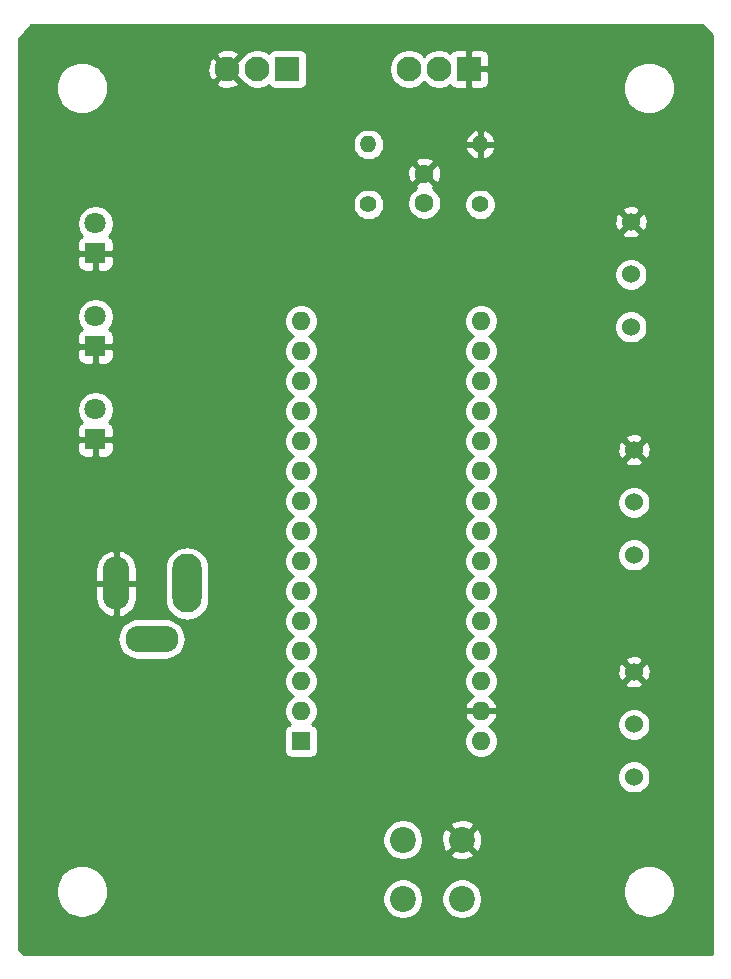
<source format=gbr>
G04 #@! TF.GenerationSoftware,KiCad,Pcbnew,(5.1.5)-3*
G04 #@! TF.CreationDate,2020-02-29T12:27:38-05:00*
G04 #@! TF.ProjectId,LED_Control,4c45445f-436f-46e7-9472-6f6c2e6b6963,rev?*
G04 #@! TF.SameCoordinates,Original*
G04 #@! TF.FileFunction,Copper,L2,Bot*
G04 #@! TF.FilePolarity,Positive*
%FSLAX46Y46*%
G04 Gerber Fmt 4.6, Leading zero omitted, Abs format (unit mm)*
G04 Created by KiCad (PCBNEW (5.1.5)-3) date 2020-02-29 12:27:38*
%MOMM*%
%LPD*%
G04 APERTURE LIST*
%ADD10O,1.400000X1.400000*%
%ADD11C,1.400000*%
%ADD12C,2.100000*%
%ADD13R,2.100000X2.100000*%
%ADD14R,1.600000X1.600000*%
%ADD15O,1.600000X1.600000*%
%ADD16C,1.600000*%
%ADD17R,1.800000X1.800000*%
%ADD18C,1.800000*%
%ADD19O,2.500000X5.000000*%
%ADD20O,2.250000X4.500000*%
%ADD21O,4.500000X2.250000*%
%ADD22C,1.524000*%
%ADD23C,2.200000*%
%ADD24C,0.800000*%
%ADD25C,0.254000*%
G04 APERTURE END LIST*
D10*
X144716500Y-70775500D03*
D11*
X144716500Y-75855500D03*
D12*
X138684000Y-64389000D03*
X141224000Y-64389000D03*
D13*
X143764000Y-64389000D03*
D12*
X123317000Y-64389000D03*
X125857000Y-64389000D03*
D13*
X128397000Y-64389000D03*
D10*
X135255000Y-70775500D03*
D11*
X135255000Y-75855500D03*
D14*
X129540000Y-121285000D03*
D15*
X144780000Y-88265000D03*
X129540000Y-118745000D03*
X144780000Y-90805000D03*
X129540000Y-116205000D03*
X144780000Y-93345000D03*
X129540000Y-113665000D03*
X144780000Y-95885000D03*
X129540000Y-111125000D03*
X144780000Y-98425000D03*
X129540000Y-108585000D03*
X144780000Y-100965000D03*
X129540000Y-106045000D03*
X144780000Y-103505000D03*
X129540000Y-103505000D03*
X144780000Y-106045000D03*
X129540000Y-100965000D03*
X144780000Y-108585000D03*
X129540000Y-98425000D03*
X144780000Y-111125000D03*
X129540000Y-95885000D03*
X144780000Y-113665000D03*
X129540000Y-93345000D03*
X144780000Y-116205000D03*
X129540000Y-90805000D03*
X144780000Y-118745000D03*
X129540000Y-88265000D03*
X144780000Y-121285000D03*
X129540000Y-85725000D03*
X144780000Y-85725000D03*
D16*
X139985750Y-75755500D03*
X139985750Y-73255500D03*
D17*
X112141000Y-95758000D03*
D18*
X112141000Y-93218000D03*
X112141000Y-85344000D03*
D17*
X112141000Y-87884000D03*
X112141000Y-80010000D03*
D18*
X112141000Y-77470000D03*
D19*
X119888000Y-107950000D03*
D20*
X113888000Y-107950000D03*
D21*
X116888000Y-112650000D03*
D22*
X157480000Y-86238000D03*
X157480000Y-81788000D03*
X157480000Y-77338000D03*
X157734000Y-96642000D03*
X157734000Y-101092000D03*
X157734000Y-105542000D03*
X157734000Y-115438000D03*
X157734000Y-119888000D03*
X157734000Y-124338000D03*
D23*
X143152500Y-129643500D03*
X138152500Y-129643500D03*
X143152500Y-134643500D03*
X138152500Y-134643500D03*
D24*
X109347000Y-121666000D03*
D25*
G36*
X164340000Y-61522606D02*
G01*
X164340001Y-139332560D01*
X164330702Y-139340000D01*
X106080432Y-139340000D01*
X105660000Y-138972122D01*
X105660000Y-133779872D01*
X108765000Y-133779872D01*
X108765000Y-134220128D01*
X108850890Y-134651925D01*
X109019369Y-135058669D01*
X109263962Y-135424729D01*
X109575271Y-135736038D01*
X109941331Y-135980631D01*
X110348075Y-136149110D01*
X110779872Y-136235000D01*
X111220128Y-136235000D01*
X111651925Y-136149110D01*
X112058669Y-135980631D01*
X112424729Y-135736038D01*
X112736038Y-135424729D01*
X112980631Y-135058669D01*
X113149110Y-134651925D01*
X113184776Y-134472617D01*
X136417500Y-134472617D01*
X136417500Y-134814383D01*
X136484175Y-135149581D01*
X136614963Y-135465331D01*
X136804837Y-135749498D01*
X137046502Y-135991163D01*
X137330669Y-136181037D01*
X137646419Y-136311825D01*
X137981617Y-136378500D01*
X138323383Y-136378500D01*
X138658581Y-136311825D01*
X138974331Y-136181037D01*
X139258498Y-135991163D01*
X139500163Y-135749498D01*
X139690037Y-135465331D01*
X139820825Y-135149581D01*
X139887500Y-134814383D01*
X139887500Y-134472617D01*
X141417500Y-134472617D01*
X141417500Y-134814383D01*
X141484175Y-135149581D01*
X141614963Y-135465331D01*
X141804837Y-135749498D01*
X142046502Y-135991163D01*
X142330669Y-136181037D01*
X142646419Y-136311825D01*
X142981617Y-136378500D01*
X143323383Y-136378500D01*
X143658581Y-136311825D01*
X143974331Y-136181037D01*
X144258498Y-135991163D01*
X144500163Y-135749498D01*
X144690037Y-135465331D01*
X144820825Y-135149581D01*
X144887500Y-134814383D01*
X144887500Y-134472617D01*
X144820825Y-134137419D01*
X144690037Y-133821669D01*
X144662110Y-133779872D01*
X156765000Y-133779872D01*
X156765000Y-134220128D01*
X156850890Y-134651925D01*
X157019369Y-135058669D01*
X157263962Y-135424729D01*
X157575271Y-135736038D01*
X157941331Y-135980631D01*
X158348075Y-136149110D01*
X158779872Y-136235000D01*
X159220128Y-136235000D01*
X159651925Y-136149110D01*
X160058669Y-135980631D01*
X160424729Y-135736038D01*
X160736038Y-135424729D01*
X160980631Y-135058669D01*
X161149110Y-134651925D01*
X161235000Y-134220128D01*
X161235000Y-133779872D01*
X161149110Y-133348075D01*
X160980631Y-132941331D01*
X160736038Y-132575271D01*
X160424729Y-132263962D01*
X160058669Y-132019369D01*
X159651925Y-131850890D01*
X159220128Y-131765000D01*
X158779872Y-131765000D01*
X158348075Y-131850890D01*
X157941331Y-132019369D01*
X157575271Y-132263962D01*
X157263962Y-132575271D01*
X157019369Y-132941331D01*
X156850890Y-133348075D01*
X156765000Y-133779872D01*
X144662110Y-133779872D01*
X144500163Y-133537502D01*
X144258498Y-133295837D01*
X143974331Y-133105963D01*
X143658581Y-132975175D01*
X143323383Y-132908500D01*
X142981617Y-132908500D01*
X142646419Y-132975175D01*
X142330669Y-133105963D01*
X142046502Y-133295837D01*
X141804837Y-133537502D01*
X141614963Y-133821669D01*
X141484175Y-134137419D01*
X141417500Y-134472617D01*
X139887500Y-134472617D01*
X139820825Y-134137419D01*
X139690037Y-133821669D01*
X139500163Y-133537502D01*
X139258498Y-133295837D01*
X138974331Y-133105963D01*
X138658581Y-132975175D01*
X138323383Y-132908500D01*
X137981617Y-132908500D01*
X137646419Y-132975175D01*
X137330669Y-133105963D01*
X137046502Y-133295837D01*
X136804837Y-133537502D01*
X136614963Y-133821669D01*
X136484175Y-134137419D01*
X136417500Y-134472617D01*
X113184776Y-134472617D01*
X113235000Y-134220128D01*
X113235000Y-133779872D01*
X113149110Y-133348075D01*
X112980631Y-132941331D01*
X112736038Y-132575271D01*
X112424729Y-132263962D01*
X112058669Y-132019369D01*
X111651925Y-131850890D01*
X111220128Y-131765000D01*
X110779872Y-131765000D01*
X110348075Y-131850890D01*
X109941331Y-132019369D01*
X109575271Y-132263962D01*
X109263962Y-132575271D01*
X109019369Y-132941331D01*
X108850890Y-133348075D01*
X108765000Y-133779872D01*
X105660000Y-133779872D01*
X105660000Y-129472617D01*
X136417500Y-129472617D01*
X136417500Y-129814383D01*
X136484175Y-130149581D01*
X136614963Y-130465331D01*
X136804837Y-130749498D01*
X137046502Y-130991163D01*
X137330669Y-131181037D01*
X137646419Y-131311825D01*
X137981617Y-131378500D01*
X138323383Y-131378500D01*
X138658581Y-131311825D01*
X138974331Y-131181037D01*
X139258498Y-130991163D01*
X139399449Y-130850212D01*
X142125393Y-130850212D01*
X142233226Y-131124838D01*
X142539884Y-131275716D01*
X142870085Y-131363869D01*
X143211139Y-131385909D01*
X143549939Y-131340989D01*
X143873466Y-131230836D01*
X144071774Y-131124838D01*
X144179607Y-130850212D01*
X143152500Y-129823105D01*
X142125393Y-130850212D01*
X139399449Y-130850212D01*
X139500163Y-130749498D01*
X139690037Y-130465331D01*
X139820825Y-130149581D01*
X139887500Y-129814383D01*
X139887500Y-129702139D01*
X141410091Y-129702139D01*
X141455011Y-130040939D01*
X141565164Y-130364466D01*
X141671162Y-130562774D01*
X141945788Y-130670607D01*
X142972895Y-129643500D01*
X143332105Y-129643500D01*
X144359212Y-130670607D01*
X144633838Y-130562774D01*
X144784716Y-130256116D01*
X144872869Y-129925915D01*
X144894909Y-129584861D01*
X144849989Y-129246061D01*
X144739836Y-128922534D01*
X144633838Y-128724226D01*
X144359212Y-128616393D01*
X143332105Y-129643500D01*
X142972895Y-129643500D01*
X141945788Y-128616393D01*
X141671162Y-128724226D01*
X141520284Y-129030884D01*
X141432131Y-129361085D01*
X141410091Y-129702139D01*
X139887500Y-129702139D01*
X139887500Y-129472617D01*
X139820825Y-129137419D01*
X139690037Y-128821669D01*
X139500163Y-128537502D01*
X139399449Y-128436788D01*
X142125393Y-128436788D01*
X143152500Y-129463895D01*
X144179607Y-128436788D01*
X144071774Y-128162162D01*
X143765116Y-128011284D01*
X143434915Y-127923131D01*
X143093861Y-127901091D01*
X142755061Y-127946011D01*
X142431534Y-128056164D01*
X142233226Y-128162162D01*
X142125393Y-128436788D01*
X139399449Y-128436788D01*
X139258498Y-128295837D01*
X138974331Y-128105963D01*
X138658581Y-127975175D01*
X138323383Y-127908500D01*
X137981617Y-127908500D01*
X137646419Y-127975175D01*
X137330669Y-128105963D01*
X137046502Y-128295837D01*
X136804837Y-128537502D01*
X136614963Y-128821669D01*
X136484175Y-129137419D01*
X136417500Y-129472617D01*
X105660000Y-129472617D01*
X105660000Y-124200408D01*
X156337000Y-124200408D01*
X156337000Y-124475592D01*
X156390686Y-124745490D01*
X156495995Y-124999727D01*
X156648880Y-125228535D01*
X156843465Y-125423120D01*
X157072273Y-125576005D01*
X157326510Y-125681314D01*
X157596408Y-125735000D01*
X157871592Y-125735000D01*
X158141490Y-125681314D01*
X158395727Y-125576005D01*
X158624535Y-125423120D01*
X158819120Y-125228535D01*
X158972005Y-124999727D01*
X159077314Y-124745490D01*
X159131000Y-124475592D01*
X159131000Y-124200408D01*
X159077314Y-123930510D01*
X158972005Y-123676273D01*
X158819120Y-123447465D01*
X158624535Y-123252880D01*
X158395727Y-123099995D01*
X158141490Y-122994686D01*
X157871592Y-122941000D01*
X157596408Y-122941000D01*
X157326510Y-122994686D01*
X157072273Y-123099995D01*
X156843465Y-123252880D01*
X156648880Y-123447465D01*
X156495995Y-123676273D01*
X156390686Y-123930510D01*
X156337000Y-124200408D01*
X105660000Y-124200408D01*
X105660000Y-120485000D01*
X128101928Y-120485000D01*
X128101928Y-122085000D01*
X128114188Y-122209482D01*
X128150498Y-122329180D01*
X128209463Y-122439494D01*
X128288815Y-122536185D01*
X128385506Y-122615537D01*
X128495820Y-122674502D01*
X128615518Y-122710812D01*
X128740000Y-122723072D01*
X130340000Y-122723072D01*
X130464482Y-122710812D01*
X130584180Y-122674502D01*
X130694494Y-122615537D01*
X130791185Y-122536185D01*
X130870537Y-122439494D01*
X130929502Y-122329180D01*
X130965812Y-122209482D01*
X130978072Y-122085000D01*
X130978072Y-121143665D01*
X143345000Y-121143665D01*
X143345000Y-121426335D01*
X143400147Y-121703574D01*
X143508320Y-121964727D01*
X143665363Y-122199759D01*
X143865241Y-122399637D01*
X144100273Y-122556680D01*
X144361426Y-122664853D01*
X144638665Y-122720000D01*
X144921335Y-122720000D01*
X145198574Y-122664853D01*
X145459727Y-122556680D01*
X145694759Y-122399637D01*
X145894637Y-122199759D01*
X146051680Y-121964727D01*
X146159853Y-121703574D01*
X146215000Y-121426335D01*
X146215000Y-121143665D01*
X146159853Y-120866426D01*
X146051680Y-120605273D01*
X145894637Y-120370241D01*
X145694759Y-120170363D01*
X145459727Y-120013320D01*
X145449135Y-120008933D01*
X145635131Y-119897385D01*
X145797210Y-119750408D01*
X156337000Y-119750408D01*
X156337000Y-120025592D01*
X156390686Y-120295490D01*
X156495995Y-120549727D01*
X156648880Y-120778535D01*
X156843465Y-120973120D01*
X157072273Y-121126005D01*
X157326510Y-121231314D01*
X157596408Y-121285000D01*
X157871592Y-121285000D01*
X158141490Y-121231314D01*
X158395727Y-121126005D01*
X158624535Y-120973120D01*
X158819120Y-120778535D01*
X158972005Y-120549727D01*
X159077314Y-120295490D01*
X159131000Y-120025592D01*
X159131000Y-119750408D01*
X159077314Y-119480510D01*
X158972005Y-119226273D01*
X158819120Y-118997465D01*
X158624535Y-118802880D01*
X158395727Y-118649995D01*
X158141490Y-118544686D01*
X157871592Y-118491000D01*
X157596408Y-118491000D01*
X157326510Y-118544686D01*
X157072273Y-118649995D01*
X156843465Y-118802880D01*
X156648880Y-118997465D01*
X156495995Y-119226273D01*
X156390686Y-119480510D01*
X156337000Y-119750408D01*
X145797210Y-119750408D01*
X145843519Y-119708414D01*
X146011037Y-119482420D01*
X146131246Y-119228087D01*
X146171904Y-119094039D01*
X146049915Y-118872000D01*
X144907000Y-118872000D01*
X144907000Y-118892000D01*
X144653000Y-118892000D01*
X144653000Y-118872000D01*
X143510085Y-118872000D01*
X143388096Y-119094039D01*
X143428754Y-119228087D01*
X143548963Y-119482420D01*
X143716481Y-119708414D01*
X143924869Y-119897385D01*
X144110865Y-120008933D01*
X144100273Y-120013320D01*
X143865241Y-120170363D01*
X143665363Y-120370241D01*
X143508320Y-120605273D01*
X143400147Y-120866426D01*
X143345000Y-121143665D01*
X130978072Y-121143665D01*
X130978072Y-120485000D01*
X130965812Y-120360518D01*
X130929502Y-120240820D01*
X130870537Y-120130506D01*
X130791185Y-120033815D01*
X130694494Y-119954463D01*
X130584180Y-119895498D01*
X130464482Y-119859188D01*
X130456039Y-119858357D01*
X130654637Y-119659759D01*
X130811680Y-119424727D01*
X130919853Y-119163574D01*
X130975000Y-118886335D01*
X130975000Y-118603665D01*
X130919853Y-118326426D01*
X130811680Y-118065273D01*
X130654637Y-117830241D01*
X130454759Y-117630363D01*
X130222241Y-117475000D01*
X130454759Y-117319637D01*
X130654637Y-117119759D01*
X130811680Y-116884727D01*
X130919853Y-116623574D01*
X130975000Y-116346335D01*
X130975000Y-116063665D01*
X130919853Y-115786426D01*
X130811680Y-115525273D01*
X130654637Y-115290241D01*
X130454759Y-115090363D01*
X130222241Y-114935000D01*
X130454759Y-114779637D01*
X130654637Y-114579759D01*
X130811680Y-114344727D01*
X130919853Y-114083574D01*
X130975000Y-113806335D01*
X130975000Y-113523665D01*
X130919853Y-113246426D01*
X130811680Y-112985273D01*
X130654637Y-112750241D01*
X130454759Y-112550363D01*
X130222241Y-112395000D01*
X130454759Y-112239637D01*
X130654637Y-112039759D01*
X130811680Y-111804727D01*
X130919853Y-111543574D01*
X130975000Y-111266335D01*
X130975000Y-110983665D01*
X130919853Y-110706426D01*
X130811680Y-110445273D01*
X130654637Y-110210241D01*
X130454759Y-110010363D01*
X130222241Y-109855000D01*
X130454759Y-109699637D01*
X130654637Y-109499759D01*
X130811680Y-109264727D01*
X130919853Y-109003574D01*
X130975000Y-108726335D01*
X130975000Y-108443665D01*
X130919853Y-108166426D01*
X130811680Y-107905273D01*
X130654637Y-107670241D01*
X130454759Y-107470363D01*
X130222241Y-107315000D01*
X130454759Y-107159637D01*
X130654637Y-106959759D01*
X130811680Y-106724727D01*
X130919853Y-106463574D01*
X130975000Y-106186335D01*
X130975000Y-105903665D01*
X130919853Y-105626426D01*
X130811680Y-105365273D01*
X130654637Y-105130241D01*
X130454759Y-104930363D01*
X130222241Y-104775000D01*
X130454759Y-104619637D01*
X130654637Y-104419759D01*
X130811680Y-104184727D01*
X130919853Y-103923574D01*
X130975000Y-103646335D01*
X130975000Y-103363665D01*
X130919853Y-103086426D01*
X130811680Y-102825273D01*
X130654637Y-102590241D01*
X130454759Y-102390363D01*
X130222241Y-102235000D01*
X130454759Y-102079637D01*
X130654637Y-101879759D01*
X130811680Y-101644727D01*
X130919853Y-101383574D01*
X130975000Y-101106335D01*
X130975000Y-100823665D01*
X130919853Y-100546426D01*
X130811680Y-100285273D01*
X130654637Y-100050241D01*
X130454759Y-99850363D01*
X130222241Y-99695000D01*
X130454759Y-99539637D01*
X130654637Y-99339759D01*
X130811680Y-99104727D01*
X130919853Y-98843574D01*
X130975000Y-98566335D01*
X130975000Y-98283665D01*
X130919853Y-98006426D01*
X130811680Y-97745273D01*
X130654637Y-97510241D01*
X130454759Y-97310363D01*
X130222241Y-97155000D01*
X130454759Y-96999637D01*
X130654637Y-96799759D01*
X130811680Y-96564727D01*
X130919853Y-96303574D01*
X130975000Y-96026335D01*
X130975000Y-95743665D01*
X130919853Y-95466426D01*
X130811680Y-95205273D01*
X130654637Y-94970241D01*
X130454759Y-94770363D01*
X130222241Y-94615000D01*
X130454759Y-94459637D01*
X130654637Y-94259759D01*
X130811680Y-94024727D01*
X130919853Y-93763574D01*
X130975000Y-93486335D01*
X130975000Y-93203665D01*
X130919853Y-92926426D01*
X130811680Y-92665273D01*
X130654637Y-92430241D01*
X130454759Y-92230363D01*
X130222241Y-92075000D01*
X130454759Y-91919637D01*
X130654637Y-91719759D01*
X130811680Y-91484727D01*
X130919853Y-91223574D01*
X130975000Y-90946335D01*
X130975000Y-90663665D01*
X130919853Y-90386426D01*
X130811680Y-90125273D01*
X130654637Y-89890241D01*
X130454759Y-89690363D01*
X130222241Y-89535000D01*
X130454759Y-89379637D01*
X130654637Y-89179759D01*
X130811680Y-88944727D01*
X130919853Y-88683574D01*
X130975000Y-88406335D01*
X130975000Y-88123665D01*
X130919853Y-87846426D01*
X130811680Y-87585273D01*
X130654637Y-87350241D01*
X130454759Y-87150363D01*
X130222241Y-86995000D01*
X130454759Y-86839637D01*
X130654637Y-86639759D01*
X130811680Y-86404727D01*
X130919853Y-86143574D01*
X130975000Y-85866335D01*
X130975000Y-85583665D01*
X143345000Y-85583665D01*
X143345000Y-85866335D01*
X143400147Y-86143574D01*
X143508320Y-86404727D01*
X143665363Y-86639759D01*
X143865241Y-86839637D01*
X144097759Y-86995000D01*
X143865241Y-87150363D01*
X143665363Y-87350241D01*
X143508320Y-87585273D01*
X143400147Y-87846426D01*
X143345000Y-88123665D01*
X143345000Y-88406335D01*
X143400147Y-88683574D01*
X143508320Y-88944727D01*
X143665363Y-89179759D01*
X143865241Y-89379637D01*
X144097759Y-89535000D01*
X143865241Y-89690363D01*
X143665363Y-89890241D01*
X143508320Y-90125273D01*
X143400147Y-90386426D01*
X143345000Y-90663665D01*
X143345000Y-90946335D01*
X143400147Y-91223574D01*
X143508320Y-91484727D01*
X143665363Y-91719759D01*
X143865241Y-91919637D01*
X144097759Y-92075000D01*
X143865241Y-92230363D01*
X143665363Y-92430241D01*
X143508320Y-92665273D01*
X143400147Y-92926426D01*
X143345000Y-93203665D01*
X143345000Y-93486335D01*
X143400147Y-93763574D01*
X143508320Y-94024727D01*
X143665363Y-94259759D01*
X143865241Y-94459637D01*
X144097759Y-94615000D01*
X143865241Y-94770363D01*
X143665363Y-94970241D01*
X143508320Y-95205273D01*
X143400147Y-95466426D01*
X143345000Y-95743665D01*
X143345000Y-96026335D01*
X143400147Y-96303574D01*
X143508320Y-96564727D01*
X143665363Y-96799759D01*
X143865241Y-96999637D01*
X144097759Y-97155000D01*
X143865241Y-97310363D01*
X143665363Y-97510241D01*
X143508320Y-97745273D01*
X143400147Y-98006426D01*
X143345000Y-98283665D01*
X143345000Y-98566335D01*
X143400147Y-98843574D01*
X143508320Y-99104727D01*
X143665363Y-99339759D01*
X143865241Y-99539637D01*
X144097759Y-99695000D01*
X143865241Y-99850363D01*
X143665363Y-100050241D01*
X143508320Y-100285273D01*
X143400147Y-100546426D01*
X143345000Y-100823665D01*
X143345000Y-101106335D01*
X143400147Y-101383574D01*
X143508320Y-101644727D01*
X143665363Y-101879759D01*
X143865241Y-102079637D01*
X144097759Y-102235000D01*
X143865241Y-102390363D01*
X143665363Y-102590241D01*
X143508320Y-102825273D01*
X143400147Y-103086426D01*
X143345000Y-103363665D01*
X143345000Y-103646335D01*
X143400147Y-103923574D01*
X143508320Y-104184727D01*
X143665363Y-104419759D01*
X143865241Y-104619637D01*
X144097759Y-104775000D01*
X143865241Y-104930363D01*
X143665363Y-105130241D01*
X143508320Y-105365273D01*
X143400147Y-105626426D01*
X143345000Y-105903665D01*
X143345000Y-106186335D01*
X143400147Y-106463574D01*
X143508320Y-106724727D01*
X143665363Y-106959759D01*
X143865241Y-107159637D01*
X144097759Y-107315000D01*
X143865241Y-107470363D01*
X143665363Y-107670241D01*
X143508320Y-107905273D01*
X143400147Y-108166426D01*
X143345000Y-108443665D01*
X143345000Y-108726335D01*
X143400147Y-109003574D01*
X143508320Y-109264727D01*
X143665363Y-109499759D01*
X143865241Y-109699637D01*
X144097759Y-109855000D01*
X143865241Y-110010363D01*
X143665363Y-110210241D01*
X143508320Y-110445273D01*
X143400147Y-110706426D01*
X143345000Y-110983665D01*
X143345000Y-111266335D01*
X143400147Y-111543574D01*
X143508320Y-111804727D01*
X143665363Y-112039759D01*
X143865241Y-112239637D01*
X144097759Y-112395000D01*
X143865241Y-112550363D01*
X143665363Y-112750241D01*
X143508320Y-112985273D01*
X143400147Y-113246426D01*
X143345000Y-113523665D01*
X143345000Y-113806335D01*
X143400147Y-114083574D01*
X143508320Y-114344727D01*
X143665363Y-114579759D01*
X143865241Y-114779637D01*
X144097759Y-114935000D01*
X143865241Y-115090363D01*
X143665363Y-115290241D01*
X143508320Y-115525273D01*
X143400147Y-115786426D01*
X143345000Y-116063665D01*
X143345000Y-116346335D01*
X143400147Y-116623574D01*
X143508320Y-116884727D01*
X143665363Y-117119759D01*
X143865241Y-117319637D01*
X144100273Y-117476680D01*
X144110865Y-117481067D01*
X143924869Y-117592615D01*
X143716481Y-117781586D01*
X143548963Y-118007580D01*
X143428754Y-118261913D01*
X143388096Y-118395961D01*
X143510085Y-118618000D01*
X144653000Y-118618000D01*
X144653000Y-118598000D01*
X144907000Y-118598000D01*
X144907000Y-118618000D01*
X146049915Y-118618000D01*
X146171904Y-118395961D01*
X146131246Y-118261913D01*
X146011037Y-118007580D01*
X145843519Y-117781586D01*
X145635131Y-117592615D01*
X145449135Y-117481067D01*
X145459727Y-117476680D01*
X145694759Y-117319637D01*
X145894637Y-117119759D01*
X146051680Y-116884727D01*
X146159853Y-116623574D01*
X146203616Y-116403565D01*
X156948040Y-116403565D01*
X157015020Y-116643656D01*
X157264048Y-116760756D01*
X157531135Y-116827023D01*
X157806017Y-116839910D01*
X158078133Y-116798922D01*
X158337023Y-116705636D01*
X158452980Y-116643656D01*
X158519960Y-116403565D01*
X157734000Y-115617605D01*
X156948040Y-116403565D01*
X146203616Y-116403565D01*
X146215000Y-116346335D01*
X146215000Y-116063665D01*
X146159853Y-115786426D01*
X146051680Y-115525273D01*
X146041487Y-115510017D01*
X156332090Y-115510017D01*
X156373078Y-115782133D01*
X156466364Y-116041023D01*
X156528344Y-116156980D01*
X156768435Y-116223960D01*
X157554395Y-115438000D01*
X157913605Y-115438000D01*
X158699565Y-116223960D01*
X158939656Y-116156980D01*
X159056756Y-115907952D01*
X159123023Y-115640865D01*
X159135910Y-115365983D01*
X159094922Y-115093867D01*
X159001636Y-114834977D01*
X158939656Y-114719020D01*
X158699565Y-114652040D01*
X157913605Y-115438000D01*
X157554395Y-115438000D01*
X156768435Y-114652040D01*
X156528344Y-114719020D01*
X156411244Y-114968048D01*
X156344977Y-115235135D01*
X156332090Y-115510017D01*
X146041487Y-115510017D01*
X145894637Y-115290241D01*
X145694759Y-115090363D01*
X145462241Y-114935000D01*
X145694759Y-114779637D01*
X145894637Y-114579759D01*
X145966348Y-114472435D01*
X156948040Y-114472435D01*
X157734000Y-115258395D01*
X158519960Y-114472435D01*
X158452980Y-114232344D01*
X158203952Y-114115244D01*
X157936865Y-114048977D01*
X157661983Y-114036090D01*
X157389867Y-114077078D01*
X157130977Y-114170364D01*
X157015020Y-114232344D01*
X156948040Y-114472435D01*
X145966348Y-114472435D01*
X146051680Y-114344727D01*
X146159853Y-114083574D01*
X146215000Y-113806335D01*
X146215000Y-113523665D01*
X146159853Y-113246426D01*
X146051680Y-112985273D01*
X145894637Y-112750241D01*
X145694759Y-112550363D01*
X145462241Y-112395000D01*
X145694759Y-112239637D01*
X145894637Y-112039759D01*
X146051680Y-111804727D01*
X146159853Y-111543574D01*
X146215000Y-111266335D01*
X146215000Y-110983665D01*
X146159853Y-110706426D01*
X146051680Y-110445273D01*
X145894637Y-110210241D01*
X145694759Y-110010363D01*
X145462241Y-109855000D01*
X145694759Y-109699637D01*
X145894637Y-109499759D01*
X146051680Y-109264727D01*
X146159853Y-109003574D01*
X146215000Y-108726335D01*
X146215000Y-108443665D01*
X146159853Y-108166426D01*
X146051680Y-107905273D01*
X145894637Y-107670241D01*
X145694759Y-107470363D01*
X145462241Y-107315000D01*
X145694759Y-107159637D01*
X145894637Y-106959759D01*
X146051680Y-106724727D01*
X146159853Y-106463574D01*
X146215000Y-106186335D01*
X146215000Y-105903665D01*
X146159853Y-105626426D01*
X146067891Y-105404408D01*
X156337000Y-105404408D01*
X156337000Y-105679592D01*
X156390686Y-105949490D01*
X156495995Y-106203727D01*
X156648880Y-106432535D01*
X156843465Y-106627120D01*
X157072273Y-106780005D01*
X157326510Y-106885314D01*
X157596408Y-106939000D01*
X157871592Y-106939000D01*
X158141490Y-106885314D01*
X158395727Y-106780005D01*
X158624535Y-106627120D01*
X158819120Y-106432535D01*
X158972005Y-106203727D01*
X159077314Y-105949490D01*
X159131000Y-105679592D01*
X159131000Y-105404408D01*
X159077314Y-105134510D01*
X158972005Y-104880273D01*
X158819120Y-104651465D01*
X158624535Y-104456880D01*
X158395727Y-104303995D01*
X158141490Y-104198686D01*
X157871592Y-104145000D01*
X157596408Y-104145000D01*
X157326510Y-104198686D01*
X157072273Y-104303995D01*
X156843465Y-104456880D01*
X156648880Y-104651465D01*
X156495995Y-104880273D01*
X156390686Y-105134510D01*
X156337000Y-105404408D01*
X146067891Y-105404408D01*
X146051680Y-105365273D01*
X145894637Y-105130241D01*
X145694759Y-104930363D01*
X145462241Y-104775000D01*
X145694759Y-104619637D01*
X145894637Y-104419759D01*
X146051680Y-104184727D01*
X146159853Y-103923574D01*
X146215000Y-103646335D01*
X146215000Y-103363665D01*
X146159853Y-103086426D01*
X146051680Y-102825273D01*
X145894637Y-102590241D01*
X145694759Y-102390363D01*
X145462241Y-102235000D01*
X145694759Y-102079637D01*
X145894637Y-101879759D01*
X146051680Y-101644727D01*
X146159853Y-101383574D01*
X146215000Y-101106335D01*
X146215000Y-100954408D01*
X156337000Y-100954408D01*
X156337000Y-101229592D01*
X156390686Y-101499490D01*
X156495995Y-101753727D01*
X156648880Y-101982535D01*
X156843465Y-102177120D01*
X157072273Y-102330005D01*
X157326510Y-102435314D01*
X157596408Y-102489000D01*
X157871592Y-102489000D01*
X158141490Y-102435314D01*
X158395727Y-102330005D01*
X158624535Y-102177120D01*
X158819120Y-101982535D01*
X158972005Y-101753727D01*
X159077314Y-101499490D01*
X159131000Y-101229592D01*
X159131000Y-100954408D01*
X159077314Y-100684510D01*
X158972005Y-100430273D01*
X158819120Y-100201465D01*
X158624535Y-100006880D01*
X158395727Y-99853995D01*
X158141490Y-99748686D01*
X157871592Y-99695000D01*
X157596408Y-99695000D01*
X157326510Y-99748686D01*
X157072273Y-99853995D01*
X156843465Y-100006880D01*
X156648880Y-100201465D01*
X156495995Y-100430273D01*
X156390686Y-100684510D01*
X156337000Y-100954408D01*
X146215000Y-100954408D01*
X146215000Y-100823665D01*
X146159853Y-100546426D01*
X146051680Y-100285273D01*
X145894637Y-100050241D01*
X145694759Y-99850363D01*
X145462241Y-99695000D01*
X145694759Y-99539637D01*
X145894637Y-99339759D01*
X146051680Y-99104727D01*
X146159853Y-98843574D01*
X146215000Y-98566335D01*
X146215000Y-98283665D01*
X146159853Y-98006426D01*
X146051680Y-97745273D01*
X145959667Y-97607565D01*
X156948040Y-97607565D01*
X157015020Y-97847656D01*
X157264048Y-97964756D01*
X157531135Y-98031023D01*
X157806017Y-98043910D01*
X158078133Y-98002922D01*
X158337023Y-97909636D01*
X158452980Y-97847656D01*
X158519960Y-97607565D01*
X157734000Y-96821605D01*
X156948040Y-97607565D01*
X145959667Y-97607565D01*
X145894637Y-97510241D01*
X145694759Y-97310363D01*
X145462241Y-97155000D01*
X145694759Y-96999637D01*
X145894637Y-96799759D01*
X145951927Y-96714017D01*
X156332090Y-96714017D01*
X156373078Y-96986133D01*
X156466364Y-97245023D01*
X156528344Y-97360980D01*
X156768435Y-97427960D01*
X157554395Y-96642000D01*
X157913605Y-96642000D01*
X158699565Y-97427960D01*
X158939656Y-97360980D01*
X159056756Y-97111952D01*
X159123023Y-96844865D01*
X159135910Y-96569983D01*
X159094922Y-96297867D01*
X159001636Y-96038977D01*
X158939656Y-95923020D01*
X158699565Y-95856040D01*
X157913605Y-96642000D01*
X157554395Y-96642000D01*
X156768435Y-95856040D01*
X156528344Y-95923020D01*
X156411244Y-96172048D01*
X156344977Y-96439135D01*
X156332090Y-96714017D01*
X145951927Y-96714017D01*
X146051680Y-96564727D01*
X146159853Y-96303574D01*
X146215000Y-96026335D01*
X146215000Y-95743665D01*
X146201627Y-95676435D01*
X156948040Y-95676435D01*
X157734000Y-96462395D01*
X158519960Y-95676435D01*
X158452980Y-95436344D01*
X158203952Y-95319244D01*
X157936865Y-95252977D01*
X157661983Y-95240090D01*
X157389867Y-95281078D01*
X157130977Y-95374364D01*
X157015020Y-95436344D01*
X156948040Y-95676435D01*
X146201627Y-95676435D01*
X146159853Y-95466426D01*
X146051680Y-95205273D01*
X145894637Y-94970241D01*
X145694759Y-94770363D01*
X145462241Y-94615000D01*
X145694759Y-94459637D01*
X145894637Y-94259759D01*
X146051680Y-94024727D01*
X146159853Y-93763574D01*
X146215000Y-93486335D01*
X146215000Y-93203665D01*
X146159853Y-92926426D01*
X146051680Y-92665273D01*
X145894637Y-92430241D01*
X145694759Y-92230363D01*
X145462241Y-92075000D01*
X145694759Y-91919637D01*
X145894637Y-91719759D01*
X146051680Y-91484727D01*
X146159853Y-91223574D01*
X146215000Y-90946335D01*
X146215000Y-90663665D01*
X146159853Y-90386426D01*
X146051680Y-90125273D01*
X145894637Y-89890241D01*
X145694759Y-89690363D01*
X145462241Y-89535000D01*
X145694759Y-89379637D01*
X145894637Y-89179759D01*
X146051680Y-88944727D01*
X146159853Y-88683574D01*
X146215000Y-88406335D01*
X146215000Y-88123665D01*
X146159853Y-87846426D01*
X146051680Y-87585273D01*
X145894637Y-87350241D01*
X145694759Y-87150363D01*
X145462241Y-86995000D01*
X145694759Y-86839637D01*
X145894637Y-86639759D01*
X146051680Y-86404727D01*
X146159853Y-86143574D01*
X146168439Y-86100408D01*
X156083000Y-86100408D01*
X156083000Y-86375592D01*
X156136686Y-86645490D01*
X156241995Y-86899727D01*
X156394880Y-87128535D01*
X156589465Y-87323120D01*
X156818273Y-87476005D01*
X157072510Y-87581314D01*
X157342408Y-87635000D01*
X157617592Y-87635000D01*
X157887490Y-87581314D01*
X158141727Y-87476005D01*
X158370535Y-87323120D01*
X158565120Y-87128535D01*
X158718005Y-86899727D01*
X158823314Y-86645490D01*
X158877000Y-86375592D01*
X158877000Y-86100408D01*
X158823314Y-85830510D01*
X158718005Y-85576273D01*
X158565120Y-85347465D01*
X158370535Y-85152880D01*
X158141727Y-84999995D01*
X157887490Y-84894686D01*
X157617592Y-84841000D01*
X157342408Y-84841000D01*
X157072510Y-84894686D01*
X156818273Y-84999995D01*
X156589465Y-85152880D01*
X156394880Y-85347465D01*
X156241995Y-85576273D01*
X156136686Y-85830510D01*
X156083000Y-86100408D01*
X146168439Y-86100408D01*
X146215000Y-85866335D01*
X146215000Y-85583665D01*
X146159853Y-85306426D01*
X146051680Y-85045273D01*
X145894637Y-84810241D01*
X145694759Y-84610363D01*
X145459727Y-84453320D01*
X145198574Y-84345147D01*
X144921335Y-84290000D01*
X144638665Y-84290000D01*
X144361426Y-84345147D01*
X144100273Y-84453320D01*
X143865241Y-84610363D01*
X143665363Y-84810241D01*
X143508320Y-85045273D01*
X143400147Y-85306426D01*
X143345000Y-85583665D01*
X130975000Y-85583665D01*
X130919853Y-85306426D01*
X130811680Y-85045273D01*
X130654637Y-84810241D01*
X130454759Y-84610363D01*
X130219727Y-84453320D01*
X129958574Y-84345147D01*
X129681335Y-84290000D01*
X129398665Y-84290000D01*
X129121426Y-84345147D01*
X128860273Y-84453320D01*
X128625241Y-84610363D01*
X128425363Y-84810241D01*
X128268320Y-85045273D01*
X128160147Y-85306426D01*
X128105000Y-85583665D01*
X128105000Y-85866335D01*
X128160147Y-86143574D01*
X128268320Y-86404727D01*
X128425363Y-86639759D01*
X128625241Y-86839637D01*
X128857759Y-86995000D01*
X128625241Y-87150363D01*
X128425363Y-87350241D01*
X128268320Y-87585273D01*
X128160147Y-87846426D01*
X128105000Y-88123665D01*
X128105000Y-88406335D01*
X128160147Y-88683574D01*
X128268320Y-88944727D01*
X128425363Y-89179759D01*
X128625241Y-89379637D01*
X128857759Y-89535000D01*
X128625241Y-89690363D01*
X128425363Y-89890241D01*
X128268320Y-90125273D01*
X128160147Y-90386426D01*
X128105000Y-90663665D01*
X128105000Y-90946335D01*
X128160147Y-91223574D01*
X128268320Y-91484727D01*
X128425363Y-91719759D01*
X128625241Y-91919637D01*
X128857759Y-92075000D01*
X128625241Y-92230363D01*
X128425363Y-92430241D01*
X128268320Y-92665273D01*
X128160147Y-92926426D01*
X128105000Y-93203665D01*
X128105000Y-93486335D01*
X128160147Y-93763574D01*
X128268320Y-94024727D01*
X128425363Y-94259759D01*
X128625241Y-94459637D01*
X128857759Y-94615000D01*
X128625241Y-94770363D01*
X128425363Y-94970241D01*
X128268320Y-95205273D01*
X128160147Y-95466426D01*
X128105000Y-95743665D01*
X128105000Y-96026335D01*
X128160147Y-96303574D01*
X128268320Y-96564727D01*
X128425363Y-96799759D01*
X128625241Y-96999637D01*
X128857759Y-97155000D01*
X128625241Y-97310363D01*
X128425363Y-97510241D01*
X128268320Y-97745273D01*
X128160147Y-98006426D01*
X128105000Y-98283665D01*
X128105000Y-98566335D01*
X128160147Y-98843574D01*
X128268320Y-99104727D01*
X128425363Y-99339759D01*
X128625241Y-99539637D01*
X128857759Y-99695000D01*
X128625241Y-99850363D01*
X128425363Y-100050241D01*
X128268320Y-100285273D01*
X128160147Y-100546426D01*
X128105000Y-100823665D01*
X128105000Y-101106335D01*
X128160147Y-101383574D01*
X128268320Y-101644727D01*
X128425363Y-101879759D01*
X128625241Y-102079637D01*
X128857759Y-102235000D01*
X128625241Y-102390363D01*
X128425363Y-102590241D01*
X128268320Y-102825273D01*
X128160147Y-103086426D01*
X128105000Y-103363665D01*
X128105000Y-103646335D01*
X128160147Y-103923574D01*
X128268320Y-104184727D01*
X128425363Y-104419759D01*
X128625241Y-104619637D01*
X128857759Y-104775000D01*
X128625241Y-104930363D01*
X128425363Y-105130241D01*
X128268320Y-105365273D01*
X128160147Y-105626426D01*
X128105000Y-105903665D01*
X128105000Y-106186335D01*
X128160147Y-106463574D01*
X128268320Y-106724727D01*
X128425363Y-106959759D01*
X128625241Y-107159637D01*
X128857759Y-107315000D01*
X128625241Y-107470363D01*
X128425363Y-107670241D01*
X128268320Y-107905273D01*
X128160147Y-108166426D01*
X128105000Y-108443665D01*
X128105000Y-108726335D01*
X128160147Y-109003574D01*
X128268320Y-109264727D01*
X128425363Y-109499759D01*
X128625241Y-109699637D01*
X128857759Y-109855000D01*
X128625241Y-110010363D01*
X128425363Y-110210241D01*
X128268320Y-110445273D01*
X128160147Y-110706426D01*
X128105000Y-110983665D01*
X128105000Y-111266335D01*
X128160147Y-111543574D01*
X128268320Y-111804727D01*
X128425363Y-112039759D01*
X128625241Y-112239637D01*
X128857759Y-112395000D01*
X128625241Y-112550363D01*
X128425363Y-112750241D01*
X128268320Y-112985273D01*
X128160147Y-113246426D01*
X128105000Y-113523665D01*
X128105000Y-113806335D01*
X128160147Y-114083574D01*
X128268320Y-114344727D01*
X128425363Y-114579759D01*
X128625241Y-114779637D01*
X128857759Y-114935000D01*
X128625241Y-115090363D01*
X128425363Y-115290241D01*
X128268320Y-115525273D01*
X128160147Y-115786426D01*
X128105000Y-116063665D01*
X128105000Y-116346335D01*
X128160147Y-116623574D01*
X128268320Y-116884727D01*
X128425363Y-117119759D01*
X128625241Y-117319637D01*
X128857759Y-117475000D01*
X128625241Y-117630363D01*
X128425363Y-117830241D01*
X128268320Y-118065273D01*
X128160147Y-118326426D01*
X128105000Y-118603665D01*
X128105000Y-118886335D01*
X128160147Y-119163574D01*
X128268320Y-119424727D01*
X128425363Y-119659759D01*
X128623961Y-119858357D01*
X128615518Y-119859188D01*
X128495820Y-119895498D01*
X128385506Y-119954463D01*
X128288815Y-120033815D01*
X128209463Y-120130506D01*
X128150498Y-120240820D01*
X128114188Y-120360518D01*
X128101928Y-120485000D01*
X105660000Y-120485000D01*
X105660000Y-112650000D01*
X113994485Y-112650000D01*
X114028467Y-112995020D01*
X114129105Y-113326781D01*
X114292534Y-113632534D01*
X114512471Y-113900529D01*
X114780466Y-114120466D01*
X115086219Y-114283895D01*
X115417980Y-114384533D01*
X115676547Y-114410000D01*
X118099453Y-114410000D01*
X118358020Y-114384533D01*
X118689781Y-114283895D01*
X118995534Y-114120466D01*
X119263529Y-113900529D01*
X119483466Y-113632534D01*
X119646895Y-113326781D01*
X119747533Y-112995020D01*
X119781515Y-112650000D01*
X119747533Y-112304980D01*
X119646895Y-111973219D01*
X119483466Y-111667466D01*
X119263529Y-111399471D01*
X118995534Y-111179534D01*
X118689781Y-111016105D01*
X118358020Y-110915467D01*
X118099453Y-110890000D01*
X115676547Y-110890000D01*
X115417980Y-110915467D01*
X115086219Y-111016105D01*
X114780466Y-111179534D01*
X114512471Y-111399471D01*
X114292534Y-111667466D01*
X114129105Y-111973219D01*
X114028467Y-112304980D01*
X113994485Y-112650000D01*
X105660000Y-112650000D01*
X105660000Y-106698000D01*
X112128000Y-106698000D01*
X112128000Y-107823000D01*
X112752951Y-107823000D01*
X112752950Y-108077000D01*
X112128000Y-108077000D01*
X112128000Y-109202000D01*
X112186594Y-109542919D01*
X112310573Y-109865856D01*
X112495171Y-110158401D01*
X112733295Y-110409311D01*
X113015793Y-110608944D01*
X113331810Y-110749629D01*
X113487957Y-110788933D01*
X113761000Y-110671206D01*
X113761000Y-110085050D01*
X114015000Y-110085050D01*
X114015000Y-110671206D01*
X114288043Y-110788933D01*
X114444190Y-110749629D01*
X114760207Y-110608944D01*
X115042705Y-110409311D01*
X115280829Y-110158401D01*
X115465427Y-109865856D01*
X115589406Y-109542919D01*
X115632429Y-109292596D01*
X118003000Y-109292596D01*
X118030275Y-109569523D01*
X118138061Y-109924847D01*
X118313097Y-110252317D01*
X118548655Y-110539345D01*
X118835683Y-110774903D01*
X119163152Y-110949939D01*
X119518476Y-111057725D01*
X119888000Y-111094120D01*
X120257523Y-111057725D01*
X120612847Y-110949939D01*
X120940317Y-110774903D01*
X121227345Y-110539345D01*
X121462903Y-110252317D01*
X121637939Y-109924848D01*
X121745725Y-109569524D01*
X121773000Y-109292597D01*
X121773000Y-106607403D01*
X121745725Y-106330476D01*
X121637939Y-105975152D01*
X121462903Y-105647683D01*
X121227345Y-105360655D01*
X120940317Y-105125097D01*
X120612848Y-104950061D01*
X120257524Y-104842275D01*
X119888000Y-104805880D01*
X119518477Y-104842275D01*
X119163153Y-104950061D01*
X118835684Y-105125097D01*
X118548656Y-105360655D01*
X118313098Y-105647683D01*
X118138062Y-105975152D01*
X118030276Y-106330476D01*
X118003001Y-106607403D01*
X118003000Y-109292596D01*
X115632429Y-109292596D01*
X115648000Y-109202000D01*
X115648000Y-108077000D01*
X115023050Y-108077000D01*
X115023050Y-107823000D01*
X115648000Y-107823000D01*
X115648000Y-106698000D01*
X115589406Y-106357081D01*
X115465427Y-106034144D01*
X115280829Y-105741599D01*
X115042705Y-105490689D01*
X114760207Y-105291056D01*
X114444190Y-105150371D01*
X114288043Y-105111067D01*
X114015000Y-105228794D01*
X114015000Y-105814950D01*
X113761000Y-105814950D01*
X113761000Y-105228794D01*
X113487957Y-105111067D01*
X113331810Y-105150371D01*
X113015793Y-105291056D01*
X112733295Y-105490689D01*
X112495171Y-105741599D01*
X112310573Y-106034144D01*
X112186594Y-106357081D01*
X112128000Y-106698000D01*
X105660000Y-106698000D01*
X105660000Y-96658000D01*
X110602928Y-96658000D01*
X110615188Y-96782482D01*
X110651498Y-96902180D01*
X110710463Y-97012494D01*
X110789815Y-97109185D01*
X110886506Y-97188537D01*
X110996820Y-97247502D01*
X111116518Y-97283812D01*
X111241000Y-97296072D01*
X111855250Y-97293000D01*
X112014000Y-97134250D01*
X112014000Y-95885000D01*
X112268000Y-95885000D01*
X112268000Y-97134250D01*
X112426750Y-97293000D01*
X113041000Y-97296072D01*
X113165482Y-97283812D01*
X113285180Y-97247502D01*
X113395494Y-97188537D01*
X113492185Y-97109185D01*
X113571537Y-97012494D01*
X113630502Y-96902180D01*
X113666812Y-96782482D01*
X113679072Y-96658000D01*
X113676000Y-96043750D01*
X113517250Y-95885000D01*
X112268000Y-95885000D01*
X112014000Y-95885000D01*
X110764750Y-95885000D01*
X110606000Y-96043750D01*
X110602928Y-96658000D01*
X105660000Y-96658000D01*
X105660000Y-94858000D01*
X110602928Y-94858000D01*
X110606000Y-95472250D01*
X110764750Y-95631000D01*
X112014000Y-95631000D01*
X112014000Y-95611000D01*
X112268000Y-95611000D01*
X112268000Y-95631000D01*
X113517250Y-95631000D01*
X113676000Y-95472250D01*
X113679072Y-94858000D01*
X113666812Y-94733518D01*
X113630502Y-94613820D01*
X113571537Y-94503506D01*
X113492185Y-94406815D01*
X113395494Y-94327463D01*
X113285180Y-94268498D01*
X113266873Y-94262944D01*
X113333312Y-94196505D01*
X113501299Y-93945095D01*
X113617011Y-93665743D01*
X113676000Y-93369184D01*
X113676000Y-93066816D01*
X113617011Y-92770257D01*
X113501299Y-92490905D01*
X113333312Y-92239495D01*
X113119505Y-92025688D01*
X112868095Y-91857701D01*
X112588743Y-91741989D01*
X112292184Y-91683000D01*
X111989816Y-91683000D01*
X111693257Y-91741989D01*
X111413905Y-91857701D01*
X111162495Y-92025688D01*
X110948688Y-92239495D01*
X110780701Y-92490905D01*
X110664989Y-92770257D01*
X110606000Y-93066816D01*
X110606000Y-93369184D01*
X110664989Y-93665743D01*
X110780701Y-93945095D01*
X110948688Y-94196505D01*
X111015127Y-94262944D01*
X110996820Y-94268498D01*
X110886506Y-94327463D01*
X110789815Y-94406815D01*
X110710463Y-94503506D01*
X110651498Y-94613820D01*
X110615188Y-94733518D01*
X110602928Y-94858000D01*
X105660000Y-94858000D01*
X105660000Y-88784000D01*
X110602928Y-88784000D01*
X110615188Y-88908482D01*
X110651498Y-89028180D01*
X110710463Y-89138494D01*
X110789815Y-89235185D01*
X110886506Y-89314537D01*
X110996820Y-89373502D01*
X111116518Y-89409812D01*
X111241000Y-89422072D01*
X111855250Y-89419000D01*
X112014000Y-89260250D01*
X112014000Y-88011000D01*
X112268000Y-88011000D01*
X112268000Y-89260250D01*
X112426750Y-89419000D01*
X113041000Y-89422072D01*
X113165482Y-89409812D01*
X113285180Y-89373502D01*
X113395494Y-89314537D01*
X113492185Y-89235185D01*
X113571537Y-89138494D01*
X113630502Y-89028180D01*
X113666812Y-88908482D01*
X113679072Y-88784000D01*
X113676000Y-88169750D01*
X113517250Y-88011000D01*
X112268000Y-88011000D01*
X112014000Y-88011000D01*
X110764750Y-88011000D01*
X110606000Y-88169750D01*
X110602928Y-88784000D01*
X105660000Y-88784000D01*
X105660000Y-86984000D01*
X110602928Y-86984000D01*
X110606000Y-87598250D01*
X110764750Y-87757000D01*
X112014000Y-87757000D01*
X112014000Y-87737000D01*
X112268000Y-87737000D01*
X112268000Y-87757000D01*
X113517250Y-87757000D01*
X113676000Y-87598250D01*
X113679072Y-86984000D01*
X113666812Y-86859518D01*
X113630502Y-86739820D01*
X113571537Y-86629506D01*
X113492185Y-86532815D01*
X113395494Y-86453463D01*
X113285180Y-86394498D01*
X113266873Y-86388944D01*
X113333312Y-86322505D01*
X113501299Y-86071095D01*
X113617011Y-85791743D01*
X113676000Y-85495184D01*
X113676000Y-85192816D01*
X113617011Y-84896257D01*
X113501299Y-84616905D01*
X113333312Y-84365495D01*
X113119505Y-84151688D01*
X112868095Y-83983701D01*
X112588743Y-83867989D01*
X112292184Y-83809000D01*
X111989816Y-83809000D01*
X111693257Y-83867989D01*
X111413905Y-83983701D01*
X111162495Y-84151688D01*
X110948688Y-84365495D01*
X110780701Y-84616905D01*
X110664989Y-84896257D01*
X110606000Y-85192816D01*
X110606000Y-85495184D01*
X110664989Y-85791743D01*
X110780701Y-86071095D01*
X110948688Y-86322505D01*
X111015127Y-86388944D01*
X110996820Y-86394498D01*
X110886506Y-86453463D01*
X110789815Y-86532815D01*
X110710463Y-86629506D01*
X110651498Y-86739820D01*
X110615188Y-86859518D01*
X110602928Y-86984000D01*
X105660000Y-86984000D01*
X105660000Y-81650408D01*
X156083000Y-81650408D01*
X156083000Y-81925592D01*
X156136686Y-82195490D01*
X156241995Y-82449727D01*
X156394880Y-82678535D01*
X156589465Y-82873120D01*
X156818273Y-83026005D01*
X157072510Y-83131314D01*
X157342408Y-83185000D01*
X157617592Y-83185000D01*
X157887490Y-83131314D01*
X158141727Y-83026005D01*
X158370535Y-82873120D01*
X158565120Y-82678535D01*
X158718005Y-82449727D01*
X158823314Y-82195490D01*
X158877000Y-81925592D01*
X158877000Y-81650408D01*
X158823314Y-81380510D01*
X158718005Y-81126273D01*
X158565120Y-80897465D01*
X158370535Y-80702880D01*
X158141727Y-80549995D01*
X157887490Y-80444686D01*
X157617592Y-80391000D01*
X157342408Y-80391000D01*
X157072510Y-80444686D01*
X156818273Y-80549995D01*
X156589465Y-80702880D01*
X156394880Y-80897465D01*
X156241995Y-81126273D01*
X156136686Y-81380510D01*
X156083000Y-81650408D01*
X105660000Y-81650408D01*
X105660000Y-80910000D01*
X110602928Y-80910000D01*
X110615188Y-81034482D01*
X110651498Y-81154180D01*
X110710463Y-81264494D01*
X110789815Y-81361185D01*
X110886506Y-81440537D01*
X110996820Y-81499502D01*
X111116518Y-81535812D01*
X111241000Y-81548072D01*
X111855250Y-81545000D01*
X112014000Y-81386250D01*
X112014000Y-80137000D01*
X112268000Y-80137000D01*
X112268000Y-81386250D01*
X112426750Y-81545000D01*
X113041000Y-81548072D01*
X113165482Y-81535812D01*
X113285180Y-81499502D01*
X113395494Y-81440537D01*
X113492185Y-81361185D01*
X113571537Y-81264494D01*
X113630502Y-81154180D01*
X113666812Y-81034482D01*
X113679072Y-80910000D01*
X113676000Y-80295750D01*
X113517250Y-80137000D01*
X112268000Y-80137000D01*
X112014000Y-80137000D01*
X110764750Y-80137000D01*
X110606000Y-80295750D01*
X110602928Y-80910000D01*
X105660000Y-80910000D01*
X105660000Y-79110000D01*
X110602928Y-79110000D01*
X110606000Y-79724250D01*
X110764750Y-79883000D01*
X112014000Y-79883000D01*
X112014000Y-79863000D01*
X112268000Y-79863000D01*
X112268000Y-79883000D01*
X113517250Y-79883000D01*
X113676000Y-79724250D01*
X113679072Y-79110000D01*
X113666812Y-78985518D01*
X113630502Y-78865820D01*
X113571537Y-78755506D01*
X113492185Y-78658815D01*
X113395494Y-78579463D01*
X113285180Y-78520498D01*
X113266873Y-78514944D01*
X113333312Y-78448505D01*
X113430157Y-78303565D01*
X156694040Y-78303565D01*
X156761020Y-78543656D01*
X157010048Y-78660756D01*
X157277135Y-78727023D01*
X157552017Y-78739910D01*
X157824133Y-78698922D01*
X158083023Y-78605636D01*
X158198980Y-78543656D01*
X158265960Y-78303565D01*
X157480000Y-77517605D01*
X156694040Y-78303565D01*
X113430157Y-78303565D01*
X113501299Y-78197095D01*
X113617011Y-77917743D01*
X113676000Y-77621184D01*
X113676000Y-77410017D01*
X156078090Y-77410017D01*
X156119078Y-77682133D01*
X156212364Y-77941023D01*
X156274344Y-78056980D01*
X156514435Y-78123960D01*
X157300395Y-77338000D01*
X157659605Y-77338000D01*
X158445565Y-78123960D01*
X158685656Y-78056980D01*
X158802756Y-77807952D01*
X158869023Y-77540865D01*
X158881910Y-77265983D01*
X158840922Y-76993867D01*
X158747636Y-76734977D01*
X158685656Y-76619020D01*
X158445565Y-76552040D01*
X157659605Y-77338000D01*
X157300395Y-77338000D01*
X156514435Y-76552040D01*
X156274344Y-76619020D01*
X156157244Y-76868048D01*
X156090977Y-77135135D01*
X156078090Y-77410017D01*
X113676000Y-77410017D01*
X113676000Y-77318816D01*
X113617011Y-77022257D01*
X113501299Y-76742905D01*
X113333312Y-76491495D01*
X113119505Y-76277688D01*
X112868095Y-76109701D01*
X112588743Y-75993989D01*
X112292184Y-75935000D01*
X111989816Y-75935000D01*
X111693257Y-75993989D01*
X111413905Y-76109701D01*
X111162495Y-76277688D01*
X110948688Y-76491495D01*
X110780701Y-76742905D01*
X110664989Y-77022257D01*
X110606000Y-77318816D01*
X110606000Y-77621184D01*
X110664989Y-77917743D01*
X110780701Y-78197095D01*
X110948688Y-78448505D01*
X111015127Y-78514944D01*
X110996820Y-78520498D01*
X110886506Y-78579463D01*
X110789815Y-78658815D01*
X110710463Y-78755506D01*
X110651498Y-78865820D01*
X110615188Y-78985518D01*
X110602928Y-79110000D01*
X105660000Y-79110000D01*
X105660000Y-75724014D01*
X133920000Y-75724014D01*
X133920000Y-75986986D01*
X133971304Y-76244905D01*
X134071939Y-76487859D01*
X134218038Y-76706513D01*
X134403987Y-76892462D01*
X134622641Y-77038561D01*
X134865595Y-77139196D01*
X135123514Y-77190500D01*
X135386486Y-77190500D01*
X135644405Y-77139196D01*
X135887359Y-77038561D01*
X136106013Y-76892462D01*
X136291962Y-76706513D01*
X136438061Y-76487859D01*
X136538696Y-76244905D01*
X136590000Y-75986986D01*
X136590000Y-75724014D01*
X136568150Y-75614165D01*
X138550750Y-75614165D01*
X138550750Y-75896835D01*
X138605897Y-76174074D01*
X138714070Y-76435227D01*
X138871113Y-76670259D01*
X139070991Y-76870137D01*
X139306023Y-77027180D01*
X139567176Y-77135353D01*
X139844415Y-77190500D01*
X140127085Y-77190500D01*
X140404324Y-77135353D01*
X140665477Y-77027180D01*
X140900509Y-76870137D01*
X141100387Y-76670259D01*
X141257430Y-76435227D01*
X141365603Y-76174074D01*
X141420750Y-75896835D01*
X141420750Y-75724014D01*
X143381500Y-75724014D01*
X143381500Y-75986986D01*
X143432804Y-76244905D01*
X143533439Y-76487859D01*
X143679538Y-76706513D01*
X143865487Y-76892462D01*
X144084141Y-77038561D01*
X144327095Y-77139196D01*
X144585014Y-77190500D01*
X144847986Y-77190500D01*
X145105905Y-77139196D01*
X145348859Y-77038561D01*
X145567513Y-76892462D01*
X145753462Y-76706513D01*
X145899561Y-76487859D01*
X145947371Y-76372435D01*
X156694040Y-76372435D01*
X157480000Y-77158395D01*
X158265960Y-76372435D01*
X158198980Y-76132344D01*
X157949952Y-76015244D01*
X157682865Y-75948977D01*
X157407983Y-75936090D01*
X157135867Y-75977078D01*
X156876977Y-76070364D01*
X156761020Y-76132344D01*
X156694040Y-76372435D01*
X145947371Y-76372435D01*
X146000196Y-76244905D01*
X146051500Y-75986986D01*
X146051500Y-75724014D01*
X146000196Y-75466095D01*
X145899561Y-75223141D01*
X145753462Y-75004487D01*
X145567513Y-74818538D01*
X145348859Y-74672439D01*
X145105905Y-74571804D01*
X144847986Y-74520500D01*
X144585014Y-74520500D01*
X144327095Y-74571804D01*
X144084141Y-74672439D01*
X143865487Y-74818538D01*
X143679538Y-75004487D01*
X143533439Y-75223141D01*
X143432804Y-75466095D01*
X143381500Y-75724014D01*
X141420750Y-75724014D01*
X141420750Y-75614165D01*
X141365603Y-75336926D01*
X141257430Y-75075773D01*
X141100387Y-74840741D01*
X140900509Y-74640863D01*
X140699881Y-74506808D01*
X140727264Y-74492171D01*
X140798847Y-74248202D01*
X139985750Y-73435105D01*
X139172653Y-74248202D01*
X139244236Y-74492171D01*
X139273091Y-74505824D01*
X139070991Y-74640863D01*
X138871113Y-74840741D01*
X138714070Y-75075773D01*
X138605897Y-75336926D01*
X138550750Y-75614165D01*
X136568150Y-75614165D01*
X136538696Y-75466095D01*
X136438061Y-75223141D01*
X136291962Y-75004487D01*
X136106013Y-74818538D01*
X135887359Y-74672439D01*
X135644405Y-74571804D01*
X135386486Y-74520500D01*
X135123514Y-74520500D01*
X134865595Y-74571804D01*
X134622641Y-74672439D01*
X134403987Y-74818538D01*
X134218038Y-75004487D01*
X134071939Y-75223141D01*
X133971304Y-75466095D01*
X133920000Y-75724014D01*
X105660000Y-75724014D01*
X105660000Y-73326012D01*
X138545533Y-73326012D01*
X138586963Y-73605630D01*
X138682147Y-73871792D01*
X138749079Y-73997014D01*
X138993048Y-74068597D01*
X139806145Y-73255500D01*
X140165355Y-73255500D01*
X140978452Y-74068597D01*
X141222421Y-73997014D01*
X141343321Y-73741504D01*
X141412050Y-73467316D01*
X141425967Y-73184988D01*
X141384537Y-72905370D01*
X141289353Y-72639208D01*
X141222421Y-72513986D01*
X140978452Y-72442403D01*
X140165355Y-73255500D01*
X139806145Y-73255500D01*
X138993048Y-72442403D01*
X138749079Y-72513986D01*
X138628179Y-72769496D01*
X138559450Y-73043684D01*
X138545533Y-73326012D01*
X105660000Y-73326012D01*
X105660000Y-72262798D01*
X139172653Y-72262798D01*
X139985750Y-73075895D01*
X140798847Y-72262798D01*
X140727264Y-72018829D01*
X140471754Y-71897929D01*
X140197566Y-71829200D01*
X139915238Y-71815283D01*
X139635620Y-71856713D01*
X139369458Y-71951897D01*
X139244236Y-72018829D01*
X139172653Y-72262798D01*
X105660000Y-72262798D01*
X105660000Y-70644014D01*
X133920000Y-70644014D01*
X133920000Y-70906986D01*
X133971304Y-71164905D01*
X134071939Y-71407859D01*
X134218038Y-71626513D01*
X134403987Y-71812462D01*
X134622641Y-71958561D01*
X134865595Y-72059196D01*
X135123514Y-72110500D01*
X135386486Y-72110500D01*
X135644405Y-72059196D01*
X135887359Y-71958561D01*
X136106013Y-71812462D01*
X136291962Y-71626513D01*
X136438061Y-71407859D01*
X136538696Y-71164905D01*
X136549850Y-71108830D01*
X143423778Y-71108830D01*
X143513647Y-71354623D01*
X143649741Y-71578160D01*
X143826830Y-71770851D01*
X144038108Y-71925292D01*
X144275456Y-72035547D01*
X144383171Y-72068216D01*
X144589500Y-71944874D01*
X144589500Y-70902500D01*
X144843500Y-70902500D01*
X144843500Y-71944874D01*
X145049829Y-72068216D01*
X145157544Y-72035547D01*
X145394892Y-71925292D01*
X145606170Y-71770851D01*
X145783259Y-71578160D01*
X145919353Y-71354623D01*
X146009222Y-71108830D01*
X145886701Y-70902500D01*
X144843500Y-70902500D01*
X144589500Y-70902500D01*
X143546299Y-70902500D01*
X143423778Y-71108830D01*
X136549850Y-71108830D01*
X136590000Y-70906986D01*
X136590000Y-70644014D01*
X136549851Y-70442170D01*
X143423778Y-70442170D01*
X143546299Y-70648500D01*
X144589500Y-70648500D01*
X144589500Y-69606126D01*
X144843500Y-69606126D01*
X144843500Y-70648500D01*
X145886701Y-70648500D01*
X146009222Y-70442170D01*
X145919353Y-70196377D01*
X145783259Y-69972840D01*
X145606170Y-69780149D01*
X145394892Y-69625708D01*
X145157544Y-69515453D01*
X145049829Y-69482784D01*
X144843500Y-69606126D01*
X144589500Y-69606126D01*
X144383171Y-69482784D01*
X144275456Y-69515453D01*
X144038108Y-69625708D01*
X143826830Y-69780149D01*
X143649741Y-69972840D01*
X143513647Y-70196377D01*
X143423778Y-70442170D01*
X136549851Y-70442170D01*
X136538696Y-70386095D01*
X136438061Y-70143141D01*
X136291962Y-69924487D01*
X136106013Y-69738538D01*
X135887359Y-69592439D01*
X135644405Y-69491804D01*
X135386486Y-69440500D01*
X135123514Y-69440500D01*
X134865595Y-69491804D01*
X134622641Y-69592439D01*
X134403987Y-69738538D01*
X134218038Y-69924487D01*
X134071939Y-70143141D01*
X133971304Y-70386095D01*
X133920000Y-70644014D01*
X105660000Y-70644014D01*
X105660000Y-65779872D01*
X108765000Y-65779872D01*
X108765000Y-66220128D01*
X108850890Y-66651925D01*
X109019369Y-67058669D01*
X109263962Y-67424729D01*
X109575271Y-67736038D01*
X109941331Y-67980631D01*
X110348075Y-68149110D01*
X110779872Y-68235000D01*
X111220128Y-68235000D01*
X111651925Y-68149110D01*
X112058669Y-67980631D01*
X112424729Y-67736038D01*
X112736038Y-67424729D01*
X112980631Y-67058669D01*
X113149110Y-66651925D01*
X113235000Y-66220128D01*
X113235000Y-65779872D01*
X113191278Y-65560066D01*
X122325539Y-65560066D01*
X122427339Y-65829579D01*
X122725477Y-65975463D01*
X123046346Y-66060380D01*
X123377617Y-66081066D01*
X123706557Y-66036728D01*
X124020527Y-65929069D01*
X124206661Y-65829579D01*
X124308461Y-65560066D01*
X123317000Y-64568605D01*
X122325539Y-65560066D01*
X113191278Y-65560066D01*
X113149110Y-65348075D01*
X112980631Y-64941331D01*
X112736038Y-64575271D01*
X112610384Y-64449617D01*
X121624934Y-64449617D01*
X121669272Y-64778557D01*
X121776931Y-65092527D01*
X121876421Y-65278661D01*
X122145934Y-65380461D01*
X123137395Y-64389000D01*
X123496605Y-64389000D01*
X124488066Y-65380461D01*
X124491958Y-65378991D01*
X124548175Y-65463125D01*
X124782875Y-65697825D01*
X125058853Y-65882228D01*
X125365504Y-66009246D01*
X125691042Y-66074000D01*
X126022958Y-66074000D01*
X126348496Y-66009246D01*
X126655147Y-65882228D01*
X126808958Y-65779454D01*
X126816463Y-65793494D01*
X126895815Y-65890185D01*
X126992506Y-65969537D01*
X127102820Y-66028502D01*
X127222518Y-66064812D01*
X127347000Y-66077072D01*
X129447000Y-66077072D01*
X129571482Y-66064812D01*
X129691180Y-66028502D01*
X129801494Y-65969537D01*
X129898185Y-65890185D01*
X129977537Y-65793494D01*
X130036502Y-65683180D01*
X130072812Y-65563482D01*
X130085072Y-65439000D01*
X130085072Y-64223042D01*
X136999000Y-64223042D01*
X136999000Y-64554958D01*
X137063754Y-64880496D01*
X137190772Y-65187147D01*
X137375175Y-65463125D01*
X137609875Y-65697825D01*
X137885853Y-65882228D01*
X138192504Y-66009246D01*
X138518042Y-66074000D01*
X138849958Y-66074000D01*
X139175496Y-66009246D01*
X139482147Y-65882228D01*
X139758125Y-65697825D01*
X139954000Y-65501950D01*
X140149875Y-65697825D01*
X140425853Y-65882228D01*
X140732504Y-66009246D01*
X141058042Y-66074000D01*
X141389958Y-66074000D01*
X141715496Y-66009246D01*
X142022147Y-65882228D01*
X142175958Y-65779454D01*
X142183463Y-65793494D01*
X142262815Y-65890185D01*
X142359506Y-65969537D01*
X142469820Y-66028502D01*
X142589518Y-66064812D01*
X142714000Y-66077072D01*
X143478250Y-66074000D01*
X143637000Y-65915250D01*
X143637000Y-64516000D01*
X143891000Y-64516000D01*
X143891000Y-65915250D01*
X144049750Y-66074000D01*
X144814000Y-66077072D01*
X144938482Y-66064812D01*
X145058180Y-66028502D01*
X145168494Y-65969537D01*
X145265185Y-65890185D01*
X145344537Y-65793494D01*
X145351818Y-65779872D01*
X156765000Y-65779872D01*
X156765000Y-66220128D01*
X156850890Y-66651925D01*
X157019369Y-67058669D01*
X157263962Y-67424729D01*
X157575271Y-67736038D01*
X157941331Y-67980631D01*
X158348075Y-68149110D01*
X158779872Y-68235000D01*
X159220128Y-68235000D01*
X159651925Y-68149110D01*
X160058669Y-67980631D01*
X160424729Y-67736038D01*
X160736038Y-67424729D01*
X160980631Y-67058669D01*
X161149110Y-66651925D01*
X161235000Y-66220128D01*
X161235000Y-65779872D01*
X161149110Y-65348075D01*
X160980631Y-64941331D01*
X160736038Y-64575271D01*
X160424729Y-64263962D01*
X160058669Y-64019369D01*
X159651925Y-63850890D01*
X159220128Y-63765000D01*
X158779872Y-63765000D01*
X158348075Y-63850890D01*
X157941331Y-64019369D01*
X157575271Y-64263962D01*
X157263962Y-64575271D01*
X157019369Y-64941331D01*
X156850890Y-65348075D01*
X156765000Y-65779872D01*
X145351818Y-65779872D01*
X145403502Y-65683180D01*
X145439812Y-65563482D01*
X145452072Y-65439000D01*
X145449000Y-64674750D01*
X145290250Y-64516000D01*
X143891000Y-64516000D01*
X143637000Y-64516000D01*
X143617000Y-64516000D01*
X143617000Y-64262000D01*
X143637000Y-64262000D01*
X143637000Y-62862750D01*
X143891000Y-62862750D01*
X143891000Y-64262000D01*
X145290250Y-64262000D01*
X145449000Y-64103250D01*
X145452072Y-63339000D01*
X145439812Y-63214518D01*
X145403502Y-63094820D01*
X145344537Y-62984506D01*
X145265185Y-62887815D01*
X145168494Y-62808463D01*
X145058180Y-62749498D01*
X144938482Y-62713188D01*
X144814000Y-62700928D01*
X144049750Y-62704000D01*
X143891000Y-62862750D01*
X143637000Y-62862750D01*
X143478250Y-62704000D01*
X142714000Y-62700928D01*
X142589518Y-62713188D01*
X142469820Y-62749498D01*
X142359506Y-62808463D01*
X142262815Y-62887815D01*
X142183463Y-62984506D01*
X142175958Y-62998546D01*
X142022147Y-62895772D01*
X141715496Y-62768754D01*
X141389958Y-62704000D01*
X141058042Y-62704000D01*
X140732504Y-62768754D01*
X140425853Y-62895772D01*
X140149875Y-63080175D01*
X139954000Y-63276050D01*
X139758125Y-63080175D01*
X139482147Y-62895772D01*
X139175496Y-62768754D01*
X138849958Y-62704000D01*
X138518042Y-62704000D01*
X138192504Y-62768754D01*
X137885853Y-62895772D01*
X137609875Y-63080175D01*
X137375175Y-63314875D01*
X137190772Y-63590853D01*
X137063754Y-63897504D01*
X136999000Y-64223042D01*
X130085072Y-64223042D01*
X130085072Y-63339000D01*
X130072812Y-63214518D01*
X130036502Y-63094820D01*
X129977537Y-62984506D01*
X129898185Y-62887815D01*
X129801494Y-62808463D01*
X129691180Y-62749498D01*
X129571482Y-62713188D01*
X129447000Y-62700928D01*
X127347000Y-62700928D01*
X127222518Y-62713188D01*
X127102820Y-62749498D01*
X126992506Y-62808463D01*
X126895815Y-62887815D01*
X126816463Y-62984506D01*
X126808958Y-62998546D01*
X126655147Y-62895772D01*
X126348496Y-62768754D01*
X126022958Y-62704000D01*
X125691042Y-62704000D01*
X125365504Y-62768754D01*
X125058853Y-62895772D01*
X124782875Y-63080175D01*
X124548175Y-63314875D01*
X124491958Y-63399009D01*
X124488066Y-63397539D01*
X123496605Y-64389000D01*
X123137395Y-64389000D01*
X122145934Y-63397539D01*
X121876421Y-63499339D01*
X121730537Y-63797477D01*
X121645620Y-64118346D01*
X121624934Y-64449617D01*
X112610384Y-64449617D01*
X112424729Y-64263962D01*
X112058669Y-64019369D01*
X111651925Y-63850890D01*
X111220128Y-63765000D01*
X110779872Y-63765000D01*
X110348075Y-63850890D01*
X109941331Y-64019369D01*
X109575271Y-64263962D01*
X109263962Y-64575271D01*
X109019369Y-64941331D01*
X108850890Y-65348075D01*
X108765000Y-65779872D01*
X105660000Y-65779872D01*
X105660000Y-63217934D01*
X122325539Y-63217934D01*
X123317000Y-64209395D01*
X124308461Y-63217934D01*
X124206661Y-62948421D01*
X123908523Y-62802537D01*
X123587654Y-62717620D01*
X123256383Y-62696934D01*
X122927443Y-62741272D01*
X122613473Y-62848931D01*
X122427339Y-62948421D01*
X122325539Y-63217934D01*
X105660000Y-63217934D01*
X105660000Y-61874380D01*
X106671983Y-60660000D01*
X163477394Y-60660000D01*
X164340000Y-61522606D01*
G37*
X164340000Y-61522606D02*
X164340001Y-139332560D01*
X164330702Y-139340000D01*
X106080432Y-139340000D01*
X105660000Y-138972122D01*
X105660000Y-133779872D01*
X108765000Y-133779872D01*
X108765000Y-134220128D01*
X108850890Y-134651925D01*
X109019369Y-135058669D01*
X109263962Y-135424729D01*
X109575271Y-135736038D01*
X109941331Y-135980631D01*
X110348075Y-136149110D01*
X110779872Y-136235000D01*
X111220128Y-136235000D01*
X111651925Y-136149110D01*
X112058669Y-135980631D01*
X112424729Y-135736038D01*
X112736038Y-135424729D01*
X112980631Y-135058669D01*
X113149110Y-134651925D01*
X113184776Y-134472617D01*
X136417500Y-134472617D01*
X136417500Y-134814383D01*
X136484175Y-135149581D01*
X136614963Y-135465331D01*
X136804837Y-135749498D01*
X137046502Y-135991163D01*
X137330669Y-136181037D01*
X137646419Y-136311825D01*
X137981617Y-136378500D01*
X138323383Y-136378500D01*
X138658581Y-136311825D01*
X138974331Y-136181037D01*
X139258498Y-135991163D01*
X139500163Y-135749498D01*
X139690037Y-135465331D01*
X139820825Y-135149581D01*
X139887500Y-134814383D01*
X139887500Y-134472617D01*
X141417500Y-134472617D01*
X141417500Y-134814383D01*
X141484175Y-135149581D01*
X141614963Y-135465331D01*
X141804837Y-135749498D01*
X142046502Y-135991163D01*
X142330669Y-136181037D01*
X142646419Y-136311825D01*
X142981617Y-136378500D01*
X143323383Y-136378500D01*
X143658581Y-136311825D01*
X143974331Y-136181037D01*
X144258498Y-135991163D01*
X144500163Y-135749498D01*
X144690037Y-135465331D01*
X144820825Y-135149581D01*
X144887500Y-134814383D01*
X144887500Y-134472617D01*
X144820825Y-134137419D01*
X144690037Y-133821669D01*
X144662110Y-133779872D01*
X156765000Y-133779872D01*
X156765000Y-134220128D01*
X156850890Y-134651925D01*
X157019369Y-135058669D01*
X157263962Y-135424729D01*
X157575271Y-135736038D01*
X157941331Y-135980631D01*
X158348075Y-136149110D01*
X158779872Y-136235000D01*
X159220128Y-136235000D01*
X159651925Y-136149110D01*
X160058669Y-135980631D01*
X160424729Y-135736038D01*
X160736038Y-135424729D01*
X160980631Y-135058669D01*
X161149110Y-134651925D01*
X161235000Y-134220128D01*
X161235000Y-133779872D01*
X161149110Y-133348075D01*
X160980631Y-132941331D01*
X160736038Y-132575271D01*
X160424729Y-132263962D01*
X160058669Y-132019369D01*
X159651925Y-131850890D01*
X159220128Y-131765000D01*
X158779872Y-131765000D01*
X158348075Y-131850890D01*
X157941331Y-132019369D01*
X157575271Y-132263962D01*
X157263962Y-132575271D01*
X157019369Y-132941331D01*
X156850890Y-133348075D01*
X156765000Y-133779872D01*
X144662110Y-133779872D01*
X144500163Y-133537502D01*
X144258498Y-133295837D01*
X143974331Y-133105963D01*
X143658581Y-132975175D01*
X143323383Y-132908500D01*
X142981617Y-132908500D01*
X142646419Y-132975175D01*
X142330669Y-133105963D01*
X142046502Y-133295837D01*
X141804837Y-133537502D01*
X141614963Y-133821669D01*
X141484175Y-134137419D01*
X141417500Y-134472617D01*
X139887500Y-134472617D01*
X139820825Y-134137419D01*
X139690037Y-133821669D01*
X139500163Y-133537502D01*
X139258498Y-133295837D01*
X138974331Y-133105963D01*
X138658581Y-132975175D01*
X138323383Y-132908500D01*
X137981617Y-132908500D01*
X137646419Y-132975175D01*
X137330669Y-133105963D01*
X137046502Y-133295837D01*
X136804837Y-133537502D01*
X136614963Y-133821669D01*
X136484175Y-134137419D01*
X136417500Y-134472617D01*
X113184776Y-134472617D01*
X113235000Y-134220128D01*
X113235000Y-133779872D01*
X113149110Y-133348075D01*
X112980631Y-132941331D01*
X112736038Y-132575271D01*
X112424729Y-132263962D01*
X112058669Y-132019369D01*
X111651925Y-131850890D01*
X111220128Y-131765000D01*
X110779872Y-131765000D01*
X110348075Y-131850890D01*
X109941331Y-132019369D01*
X109575271Y-132263962D01*
X109263962Y-132575271D01*
X109019369Y-132941331D01*
X108850890Y-133348075D01*
X108765000Y-133779872D01*
X105660000Y-133779872D01*
X105660000Y-129472617D01*
X136417500Y-129472617D01*
X136417500Y-129814383D01*
X136484175Y-130149581D01*
X136614963Y-130465331D01*
X136804837Y-130749498D01*
X137046502Y-130991163D01*
X137330669Y-131181037D01*
X137646419Y-131311825D01*
X137981617Y-131378500D01*
X138323383Y-131378500D01*
X138658581Y-131311825D01*
X138974331Y-131181037D01*
X139258498Y-130991163D01*
X139399449Y-130850212D01*
X142125393Y-130850212D01*
X142233226Y-131124838D01*
X142539884Y-131275716D01*
X142870085Y-131363869D01*
X143211139Y-131385909D01*
X143549939Y-131340989D01*
X143873466Y-131230836D01*
X144071774Y-131124838D01*
X144179607Y-130850212D01*
X143152500Y-129823105D01*
X142125393Y-130850212D01*
X139399449Y-130850212D01*
X139500163Y-130749498D01*
X139690037Y-130465331D01*
X139820825Y-130149581D01*
X139887500Y-129814383D01*
X139887500Y-129702139D01*
X141410091Y-129702139D01*
X141455011Y-130040939D01*
X141565164Y-130364466D01*
X141671162Y-130562774D01*
X141945788Y-130670607D01*
X142972895Y-129643500D01*
X143332105Y-129643500D01*
X144359212Y-130670607D01*
X144633838Y-130562774D01*
X144784716Y-130256116D01*
X144872869Y-129925915D01*
X144894909Y-129584861D01*
X144849989Y-129246061D01*
X144739836Y-128922534D01*
X144633838Y-128724226D01*
X144359212Y-128616393D01*
X143332105Y-129643500D01*
X142972895Y-129643500D01*
X141945788Y-128616393D01*
X141671162Y-128724226D01*
X141520284Y-129030884D01*
X141432131Y-129361085D01*
X141410091Y-129702139D01*
X139887500Y-129702139D01*
X139887500Y-129472617D01*
X139820825Y-129137419D01*
X139690037Y-128821669D01*
X139500163Y-128537502D01*
X139399449Y-128436788D01*
X142125393Y-128436788D01*
X143152500Y-129463895D01*
X144179607Y-128436788D01*
X144071774Y-128162162D01*
X143765116Y-128011284D01*
X143434915Y-127923131D01*
X143093861Y-127901091D01*
X142755061Y-127946011D01*
X142431534Y-128056164D01*
X142233226Y-128162162D01*
X142125393Y-128436788D01*
X139399449Y-128436788D01*
X139258498Y-128295837D01*
X138974331Y-128105963D01*
X138658581Y-127975175D01*
X138323383Y-127908500D01*
X137981617Y-127908500D01*
X137646419Y-127975175D01*
X137330669Y-128105963D01*
X137046502Y-128295837D01*
X136804837Y-128537502D01*
X136614963Y-128821669D01*
X136484175Y-129137419D01*
X136417500Y-129472617D01*
X105660000Y-129472617D01*
X105660000Y-124200408D01*
X156337000Y-124200408D01*
X156337000Y-124475592D01*
X156390686Y-124745490D01*
X156495995Y-124999727D01*
X156648880Y-125228535D01*
X156843465Y-125423120D01*
X157072273Y-125576005D01*
X157326510Y-125681314D01*
X157596408Y-125735000D01*
X157871592Y-125735000D01*
X158141490Y-125681314D01*
X158395727Y-125576005D01*
X158624535Y-125423120D01*
X158819120Y-125228535D01*
X158972005Y-124999727D01*
X159077314Y-124745490D01*
X159131000Y-124475592D01*
X159131000Y-124200408D01*
X159077314Y-123930510D01*
X158972005Y-123676273D01*
X158819120Y-123447465D01*
X158624535Y-123252880D01*
X158395727Y-123099995D01*
X158141490Y-122994686D01*
X157871592Y-122941000D01*
X157596408Y-122941000D01*
X157326510Y-122994686D01*
X157072273Y-123099995D01*
X156843465Y-123252880D01*
X156648880Y-123447465D01*
X156495995Y-123676273D01*
X156390686Y-123930510D01*
X156337000Y-124200408D01*
X105660000Y-124200408D01*
X105660000Y-120485000D01*
X128101928Y-120485000D01*
X128101928Y-122085000D01*
X128114188Y-122209482D01*
X128150498Y-122329180D01*
X128209463Y-122439494D01*
X128288815Y-122536185D01*
X128385506Y-122615537D01*
X128495820Y-122674502D01*
X128615518Y-122710812D01*
X128740000Y-122723072D01*
X130340000Y-122723072D01*
X130464482Y-122710812D01*
X130584180Y-122674502D01*
X130694494Y-122615537D01*
X130791185Y-122536185D01*
X130870537Y-122439494D01*
X130929502Y-122329180D01*
X130965812Y-122209482D01*
X130978072Y-122085000D01*
X130978072Y-121143665D01*
X143345000Y-121143665D01*
X143345000Y-121426335D01*
X143400147Y-121703574D01*
X143508320Y-121964727D01*
X143665363Y-122199759D01*
X143865241Y-122399637D01*
X144100273Y-122556680D01*
X144361426Y-122664853D01*
X144638665Y-122720000D01*
X144921335Y-122720000D01*
X145198574Y-122664853D01*
X145459727Y-122556680D01*
X145694759Y-122399637D01*
X145894637Y-122199759D01*
X146051680Y-121964727D01*
X146159853Y-121703574D01*
X146215000Y-121426335D01*
X146215000Y-121143665D01*
X146159853Y-120866426D01*
X146051680Y-120605273D01*
X145894637Y-120370241D01*
X145694759Y-120170363D01*
X145459727Y-120013320D01*
X145449135Y-120008933D01*
X145635131Y-119897385D01*
X145797210Y-119750408D01*
X156337000Y-119750408D01*
X156337000Y-120025592D01*
X156390686Y-120295490D01*
X156495995Y-120549727D01*
X156648880Y-120778535D01*
X156843465Y-120973120D01*
X157072273Y-121126005D01*
X157326510Y-121231314D01*
X157596408Y-121285000D01*
X157871592Y-121285000D01*
X158141490Y-121231314D01*
X158395727Y-121126005D01*
X158624535Y-120973120D01*
X158819120Y-120778535D01*
X158972005Y-120549727D01*
X159077314Y-120295490D01*
X159131000Y-120025592D01*
X159131000Y-119750408D01*
X159077314Y-119480510D01*
X158972005Y-119226273D01*
X158819120Y-118997465D01*
X158624535Y-118802880D01*
X158395727Y-118649995D01*
X158141490Y-118544686D01*
X157871592Y-118491000D01*
X157596408Y-118491000D01*
X157326510Y-118544686D01*
X157072273Y-118649995D01*
X156843465Y-118802880D01*
X156648880Y-118997465D01*
X156495995Y-119226273D01*
X156390686Y-119480510D01*
X156337000Y-119750408D01*
X145797210Y-119750408D01*
X145843519Y-119708414D01*
X146011037Y-119482420D01*
X146131246Y-119228087D01*
X146171904Y-119094039D01*
X146049915Y-118872000D01*
X144907000Y-118872000D01*
X144907000Y-118892000D01*
X144653000Y-118892000D01*
X144653000Y-118872000D01*
X143510085Y-118872000D01*
X143388096Y-119094039D01*
X143428754Y-119228087D01*
X143548963Y-119482420D01*
X143716481Y-119708414D01*
X143924869Y-119897385D01*
X144110865Y-120008933D01*
X144100273Y-120013320D01*
X143865241Y-120170363D01*
X143665363Y-120370241D01*
X143508320Y-120605273D01*
X143400147Y-120866426D01*
X143345000Y-121143665D01*
X130978072Y-121143665D01*
X130978072Y-120485000D01*
X130965812Y-120360518D01*
X130929502Y-120240820D01*
X130870537Y-120130506D01*
X130791185Y-120033815D01*
X130694494Y-119954463D01*
X130584180Y-119895498D01*
X130464482Y-119859188D01*
X130456039Y-119858357D01*
X130654637Y-119659759D01*
X130811680Y-119424727D01*
X130919853Y-119163574D01*
X130975000Y-118886335D01*
X130975000Y-118603665D01*
X130919853Y-118326426D01*
X130811680Y-118065273D01*
X130654637Y-117830241D01*
X130454759Y-117630363D01*
X130222241Y-117475000D01*
X130454759Y-117319637D01*
X130654637Y-117119759D01*
X130811680Y-116884727D01*
X130919853Y-116623574D01*
X130975000Y-116346335D01*
X130975000Y-116063665D01*
X130919853Y-115786426D01*
X130811680Y-115525273D01*
X130654637Y-115290241D01*
X130454759Y-115090363D01*
X130222241Y-114935000D01*
X130454759Y-114779637D01*
X130654637Y-114579759D01*
X130811680Y-114344727D01*
X130919853Y-114083574D01*
X130975000Y-113806335D01*
X130975000Y-113523665D01*
X130919853Y-113246426D01*
X130811680Y-112985273D01*
X130654637Y-112750241D01*
X130454759Y-112550363D01*
X130222241Y-112395000D01*
X130454759Y-112239637D01*
X130654637Y-112039759D01*
X130811680Y-111804727D01*
X130919853Y-111543574D01*
X130975000Y-111266335D01*
X130975000Y-110983665D01*
X130919853Y-110706426D01*
X130811680Y-110445273D01*
X130654637Y-110210241D01*
X130454759Y-110010363D01*
X130222241Y-109855000D01*
X130454759Y-109699637D01*
X130654637Y-109499759D01*
X130811680Y-109264727D01*
X130919853Y-109003574D01*
X130975000Y-108726335D01*
X130975000Y-108443665D01*
X130919853Y-108166426D01*
X130811680Y-107905273D01*
X130654637Y-107670241D01*
X130454759Y-107470363D01*
X130222241Y-107315000D01*
X130454759Y-107159637D01*
X130654637Y-106959759D01*
X130811680Y-106724727D01*
X130919853Y-106463574D01*
X130975000Y-106186335D01*
X130975000Y-105903665D01*
X130919853Y-105626426D01*
X130811680Y-105365273D01*
X130654637Y-105130241D01*
X130454759Y-104930363D01*
X130222241Y-104775000D01*
X130454759Y-104619637D01*
X130654637Y-104419759D01*
X130811680Y-104184727D01*
X130919853Y-103923574D01*
X130975000Y-103646335D01*
X130975000Y-103363665D01*
X130919853Y-103086426D01*
X130811680Y-102825273D01*
X130654637Y-102590241D01*
X130454759Y-102390363D01*
X130222241Y-102235000D01*
X130454759Y-102079637D01*
X130654637Y-101879759D01*
X130811680Y-101644727D01*
X130919853Y-101383574D01*
X130975000Y-101106335D01*
X130975000Y-100823665D01*
X130919853Y-100546426D01*
X130811680Y-100285273D01*
X130654637Y-100050241D01*
X130454759Y-99850363D01*
X130222241Y-99695000D01*
X130454759Y-99539637D01*
X130654637Y-99339759D01*
X130811680Y-99104727D01*
X130919853Y-98843574D01*
X130975000Y-98566335D01*
X130975000Y-98283665D01*
X130919853Y-98006426D01*
X130811680Y-97745273D01*
X130654637Y-97510241D01*
X130454759Y-97310363D01*
X130222241Y-97155000D01*
X130454759Y-96999637D01*
X130654637Y-96799759D01*
X130811680Y-96564727D01*
X130919853Y-96303574D01*
X130975000Y-96026335D01*
X130975000Y-95743665D01*
X130919853Y-95466426D01*
X130811680Y-95205273D01*
X130654637Y-94970241D01*
X130454759Y-94770363D01*
X130222241Y-94615000D01*
X130454759Y-94459637D01*
X130654637Y-94259759D01*
X130811680Y-94024727D01*
X130919853Y-93763574D01*
X130975000Y-93486335D01*
X130975000Y-93203665D01*
X130919853Y-92926426D01*
X130811680Y-92665273D01*
X130654637Y-92430241D01*
X130454759Y-92230363D01*
X130222241Y-92075000D01*
X130454759Y-91919637D01*
X130654637Y-91719759D01*
X130811680Y-91484727D01*
X130919853Y-91223574D01*
X130975000Y-90946335D01*
X130975000Y-90663665D01*
X130919853Y-90386426D01*
X130811680Y-90125273D01*
X130654637Y-89890241D01*
X130454759Y-89690363D01*
X130222241Y-89535000D01*
X130454759Y-89379637D01*
X130654637Y-89179759D01*
X130811680Y-88944727D01*
X130919853Y-88683574D01*
X130975000Y-88406335D01*
X130975000Y-88123665D01*
X130919853Y-87846426D01*
X130811680Y-87585273D01*
X130654637Y-87350241D01*
X130454759Y-87150363D01*
X130222241Y-86995000D01*
X130454759Y-86839637D01*
X130654637Y-86639759D01*
X130811680Y-86404727D01*
X130919853Y-86143574D01*
X130975000Y-85866335D01*
X130975000Y-85583665D01*
X143345000Y-85583665D01*
X143345000Y-85866335D01*
X143400147Y-86143574D01*
X143508320Y-86404727D01*
X143665363Y-86639759D01*
X143865241Y-86839637D01*
X144097759Y-86995000D01*
X143865241Y-87150363D01*
X143665363Y-87350241D01*
X143508320Y-87585273D01*
X143400147Y-87846426D01*
X143345000Y-88123665D01*
X143345000Y-88406335D01*
X143400147Y-88683574D01*
X143508320Y-88944727D01*
X143665363Y-89179759D01*
X143865241Y-89379637D01*
X144097759Y-89535000D01*
X143865241Y-89690363D01*
X143665363Y-89890241D01*
X143508320Y-90125273D01*
X143400147Y-90386426D01*
X143345000Y-90663665D01*
X143345000Y-90946335D01*
X143400147Y-91223574D01*
X143508320Y-91484727D01*
X143665363Y-91719759D01*
X143865241Y-91919637D01*
X144097759Y-92075000D01*
X143865241Y-92230363D01*
X143665363Y-92430241D01*
X143508320Y-92665273D01*
X143400147Y-92926426D01*
X143345000Y-93203665D01*
X143345000Y-93486335D01*
X143400147Y-93763574D01*
X143508320Y-94024727D01*
X143665363Y-94259759D01*
X143865241Y-94459637D01*
X144097759Y-94615000D01*
X143865241Y-94770363D01*
X143665363Y-94970241D01*
X143508320Y-95205273D01*
X143400147Y-95466426D01*
X143345000Y-95743665D01*
X143345000Y-96026335D01*
X143400147Y-96303574D01*
X143508320Y-96564727D01*
X143665363Y-96799759D01*
X143865241Y-96999637D01*
X144097759Y-97155000D01*
X143865241Y-97310363D01*
X143665363Y-97510241D01*
X143508320Y-97745273D01*
X143400147Y-98006426D01*
X143345000Y-98283665D01*
X143345000Y-98566335D01*
X143400147Y-98843574D01*
X143508320Y-99104727D01*
X143665363Y-99339759D01*
X143865241Y-99539637D01*
X144097759Y-99695000D01*
X143865241Y-99850363D01*
X143665363Y-100050241D01*
X143508320Y-100285273D01*
X143400147Y-100546426D01*
X143345000Y-100823665D01*
X143345000Y-101106335D01*
X143400147Y-101383574D01*
X143508320Y-101644727D01*
X143665363Y-101879759D01*
X143865241Y-102079637D01*
X144097759Y-102235000D01*
X143865241Y-102390363D01*
X143665363Y-102590241D01*
X143508320Y-102825273D01*
X143400147Y-103086426D01*
X143345000Y-103363665D01*
X143345000Y-103646335D01*
X143400147Y-103923574D01*
X143508320Y-104184727D01*
X143665363Y-104419759D01*
X143865241Y-104619637D01*
X144097759Y-104775000D01*
X143865241Y-104930363D01*
X143665363Y-105130241D01*
X143508320Y-105365273D01*
X143400147Y-105626426D01*
X143345000Y-105903665D01*
X143345000Y-106186335D01*
X143400147Y-106463574D01*
X143508320Y-106724727D01*
X143665363Y-106959759D01*
X143865241Y-107159637D01*
X144097759Y-107315000D01*
X143865241Y-107470363D01*
X143665363Y-107670241D01*
X143508320Y-107905273D01*
X143400147Y-108166426D01*
X143345000Y-108443665D01*
X143345000Y-108726335D01*
X143400147Y-109003574D01*
X143508320Y-109264727D01*
X143665363Y-109499759D01*
X143865241Y-109699637D01*
X144097759Y-109855000D01*
X143865241Y-110010363D01*
X143665363Y-110210241D01*
X143508320Y-110445273D01*
X143400147Y-110706426D01*
X143345000Y-110983665D01*
X143345000Y-111266335D01*
X143400147Y-111543574D01*
X143508320Y-111804727D01*
X143665363Y-112039759D01*
X143865241Y-112239637D01*
X144097759Y-112395000D01*
X143865241Y-112550363D01*
X143665363Y-112750241D01*
X143508320Y-112985273D01*
X143400147Y-113246426D01*
X143345000Y-113523665D01*
X143345000Y-113806335D01*
X143400147Y-114083574D01*
X143508320Y-114344727D01*
X143665363Y-114579759D01*
X143865241Y-114779637D01*
X144097759Y-114935000D01*
X143865241Y-115090363D01*
X143665363Y-115290241D01*
X143508320Y-115525273D01*
X143400147Y-115786426D01*
X143345000Y-116063665D01*
X143345000Y-116346335D01*
X143400147Y-116623574D01*
X143508320Y-116884727D01*
X143665363Y-117119759D01*
X143865241Y-117319637D01*
X144100273Y-117476680D01*
X144110865Y-117481067D01*
X143924869Y-117592615D01*
X143716481Y-117781586D01*
X143548963Y-118007580D01*
X143428754Y-118261913D01*
X143388096Y-118395961D01*
X143510085Y-118618000D01*
X144653000Y-118618000D01*
X144653000Y-118598000D01*
X144907000Y-118598000D01*
X144907000Y-118618000D01*
X146049915Y-118618000D01*
X146171904Y-118395961D01*
X146131246Y-118261913D01*
X146011037Y-118007580D01*
X145843519Y-117781586D01*
X145635131Y-117592615D01*
X145449135Y-117481067D01*
X145459727Y-117476680D01*
X145694759Y-117319637D01*
X145894637Y-117119759D01*
X146051680Y-116884727D01*
X146159853Y-116623574D01*
X146203616Y-116403565D01*
X156948040Y-116403565D01*
X157015020Y-116643656D01*
X157264048Y-116760756D01*
X157531135Y-116827023D01*
X157806017Y-116839910D01*
X158078133Y-116798922D01*
X158337023Y-116705636D01*
X158452980Y-116643656D01*
X158519960Y-116403565D01*
X157734000Y-115617605D01*
X156948040Y-116403565D01*
X146203616Y-116403565D01*
X146215000Y-116346335D01*
X146215000Y-116063665D01*
X146159853Y-115786426D01*
X146051680Y-115525273D01*
X146041487Y-115510017D01*
X156332090Y-115510017D01*
X156373078Y-115782133D01*
X156466364Y-116041023D01*
X156528344Y-116156980D01*
X156768435Y-116223960D01*
X157554395Y-115438000D01*
X157913605Y-115438000D01*
X158699565Y-116223960D01*
X158939656Y-116156980D01*
X159056756Y-115907952D01*
X159123023Y-115640865D01*
X159135910Y-115365983D01*
X159094922Y-115093867D01*
X159001636Y-114834977D01*
X158939656Y-114719020D01*
X158699565Y-114652040D01*
X157913605Y-115438000D01*
X157554395Y-115438000D01*
X156768435Y-114652040D01*
X156528344Y-114719020D01*
X156411244Y-114968048D01*
X156344977Y-115235135D01*
X156332090Y-115510017D01*
X146041487Y-115510017D01*
X145894637Y-115290241D01*
X145694759Y-115090363D01*
X145462241Y-114935000D01*
X145694759Y-114779637D01*
X145894637Y-114579759D01*
X145966348Y-114472435D01*
X156948040Y-114472435D01*
X157734000Y-115258395D01*
X158519960Y-114472435D01*
X158452980Y-114232344D01*
X158203952Y-114115244D01*
X157936865Y-114048977D01*
X157661983Y-114036090D01*
X157389867Y-114077078D01*
X157130977Y-114170364D01*
X157015020Y-114232344D01*
X156948040Y-114472435D01*
X145966348Y-114472435D01*
X146051680Y-114344727D01*
X146159853Y-114083574D01*
X146215000Y-113806335D01*
X146215000Y-113523665D01*
X146159853Y-113246426D01*
X146051680Y-112985273D01*
X145894637Y-112750241D01*
X145694759Y-112550363D01*
X145462241Y-112395000D01*
X145694759Y-112239637D01*
X145894637Y-112039759D01*
X146051680Y-111804727D01*
X146159853Y-111543574D01*
X146215000Y-111266335D01*
X146215000Y-110983665D01*
X146159853Y-110706426D01*
X146051680Y-110445273D01*
X145894637Y-110210241D01*
X145694759Y-110010363D01*
X145462241Y-109855000D01*
X145694759Y-109699637D01*
X145894637Y-109499759D01*
X146051680Y-109264727D01*
X146159853Y-109003574D01*
X146215000Y-108726335D01*
X146215000Y-108443665D01*
X146159853Y-108166426D01*
X146051680Y-107905273D01*
X145894637Y-107670241D01*
X145694759Y-107470363D01*
X145462241Y-107315000D01*
X145694759Y-107159637D01*
X145894637Y-106959759D01*
X146051680Y-106724727D01*
X146159853Y-106463574D01*
X146215000Y-106186335D01*
X146215000Y-105903665D01*
X146159853Y-105626426D01*
X146067891Y-105404408D01*
X156337000Y-105404408D01*
X156337000Y-105679592D01*
X156390686Y-105949490D01*
X156495995Y-106203727D01*
X156648880Y-106432535D01*
X156843465Y-106627120D01*
X157072273Y-106780005D01*
X157326510Y-106885314D01*
X157596408Y-106939000D01*
X157871592Y-106939000D01*
X158141490Y-106885314D01*
X158395727Y-106780005D01*
X158624535Y-106627120D01*
X158819120Y-106432535D01*
X158972005Y-106203727D01*
X159077314Y-105949490D01*
X159131000Y-105679592D01*
X159131000Y-105404408D01*
X159077314Y-105134510D01*
X158972005Y-104880273D01*
X158819120Y-104651465D01*
X158624535Y-104456880D01*
X158395727Y-104303995D01*
X158141490Y-104198686D01*
X157871592Y-104145000D01*
X157596408Y-104145000D01*
X157326510Y-104198686D01*
X157072273Y-104303995D01*
X156843465Y-104456880D01*
X156648880Y-104651465D01*
X156495995Y-104880273D01*
X156390686Y-105134510D01*
X156337000Y-105404408D01*
X146067891Y-105404408D01*
X146051680Y-105365273D01*
X145894637Y-105130241D01*
X145694759Y-104930363D01*
X145462241Y-104775000D01*
X145694759Y-104619637D01*
X145894637Y-104419759D01*
X146051680Y-104184727D01*
X146159853Y-103923574D01*
X146215000Y-103646335D01*
X146215000Y-103363665D01*
X146159853Y-103086426D01*
X146051680Y-102825273D01*
X145894637Y-102590241D01*
X145694759Y-102390363D01*
X145462241Y-102235000D01*
X145694759Y-102079637D01*
X145894637Y-101879759D01*
X146051680Y-101644727D01*
X146159853Y-101383574D01*
X146215000Y-101106335D01*
X146215000Y-100954408D01*
X156337000Y-100954408D01*
X156337000Y-101229592D01*
X156390686Y-101499490D01*
X156495995Y-101753727D01*
X156648880Y-101982535D01*
X156843465Y-102177120D01*
X157072273Y-102330005D01*
X157326510Y-102435314D01*
X157596408Y-102489000D01*
X157871592Y-102489000D01*
X158141490Y-102435314D01*
X158395727Y-102330005D01*
X158624535Y-102177120D01*
X158819120Y-101982535D01*
X158972005Y-101753727D01*
X159077314Y-101499490D01*
X159131000Y-101229592D01*
X159131000Y-100954408D01*
X159077314Y-100684510D01*
X158972005Y-100430273D01*
X158819120Y-100201465D01*
X158624535Y-100006880D01*
X158395727Y-99853995D01*
X158141490Y-99748686D01*
X157871592Y-99695000D01*
X157596408Y-99695000D01*
X157326510Y-99748686D01*
X157072273Y-99853995D01*
X156843465Y-100006880D01*
X156648880Y-100201465D01*
X156495995Y-100430273D01*
X156390686Y-100684510D01*
X156337000Y-100954408D01*
X146215000Y-100954408D01*
X146215000Y-100823665D01*
X146159853Y-100546426D01*
X146051680Y-100285273D01*
X145894637Y-100050241D01*
X145694759Y-99850363D01*
X145462241Y-99695000D01*
X145694759Y-99539637D01*
X145894637Y-99339759D01*
X146051680Y-99104727D01*
X146159853Y-98843574D01*
X146215000Y-98566335D01*
X146215000Y-98283665D01*
X146159853Y-98006426D01*
X146051680Y-97745273D01*
X145959667Y-97607565D01*
X156948040Y-97607565D01*
X157015020Y-97847656D01*
X157264048Y-97964756D01*
X157531135Y-98031023D01*
X157806017Y-98043910D01*
X158078133Y-98002922D01*
X158337023Y-97909636D01*
X158452980Y-97847656D01*
X158519960Y-97607565D01*
X157734000Y-96821605D01*
X156948040Y-97607565D01*
X145959667Y-97607565D01*
X145894637Y-97510241D01*
X145694759Y-97310363D01*
X145462241Y-97155000D01*
X145694759Y-96999637D01*
X145894637Y-96799759D01*
X145951927Y-96714017D01*
X156332090Y-96714017D01*
X156373078Y-96986133D01*
X156466364Y-97245023D01*
X156528344Y-97360980D01*
X156768435Y-97427960D01*
X157554395Y-96642000D01*
X157913605Y-96642000D01*
X158699565Y-97427960D01*
X158939656Y-97360980D01*
X159056756Y-97111952D01*
X159123023Y-96844865D01*
X159135910Y-96569983D01*
X159094922Y-96297867D01*
X159001636Y-96038977D01*
X158939656Y-95923020D01*
X158699565Y-95856040D01*
X157913605Y-96642000D01*
X157554395Y-96642000D01*
X156768435Y-95856040D01*
X156528344Y-95923020D01*
X156411244Y-96172048D01*
X156344977Y-96439135D01*
X156332090Y-96714017D01*
X145951927Y-96714017D01*
X146051680Y-96564727D01*
X146159853Y-96303574D01*
X146215000Y-96026335D01*
X146215000Y-95743665D01*
X146201627Y-95676435D01*
X156948040Y-95676435D01*
X157734000Y-96462395D01*
X158519960Y-95676435D01*
X158452980Y-95436344D01*
X158203952Y-95319244D01*
X157936865Y-95252977D01*
X157661983Y-95240090D01*
X157389867Y-95281078D01*
X157130977Y-95374364D01*
X157015020Y-95436344D01*
X156948040Y-95676435D01*
X146201627Y-95676435D01*
X146159853Y-95466426D01*
X146051680Y-95205273D01*
X145894637Y-94970241D01*
X145694759Y-94770363D01*
X145462241Y-94615000D01*
X145694759Y-94459637D01*
X145894637Y-94259759D01*
X146051680Y-94024727D01*
X146159853Y-93763574D01*
X146215000Y-93486335D01*
X146215000Y-93203665D01*
X146159853Y-92926426D01*
X146051680Y-92665273D01*
X145894637Y-92430241D01*
X145694759Y-92230363D01*
X145462241Y-92075000D01*
X145694759Y-91919637D01*
X145894637Y-91719759D01*
X146051680Y-91484727D01*
X146159853Y-91223574D01*
X146215000Y-90946335D01*
X146215000Y-90663665D01*
X146159853Y-90386426D01*
X146051680Y-90125273D01*
X145894637Y-89890241D01*
X145694759Y-89690363D01*
X145462241Y-89535000D01*
X145694759Y-89379637D01*
X145894637Y-89179759D01*
X146051680Y-88944727D01*
X146159853Y-88683574D01*
X146215000Y-88406335D01*
X146215000Y-88123665D01*
X146159853Y-87846426D01*
X146051680Y-87585273D01*
X145894637Y-87350241D01*
X145694759Y-87150363D01*
X145462241Y-86995000D01*
X145694759Y-86839637D01*
X145894637Y-86639759D01*
X146051680Y-86404727D01*
X146159853Y-86143574D01*
X146168439Y-86100408D01*
X156083000Y-86100408D01*
X156083000Y-86375592D01*
X156136686Y-86645490D01*
X156241995Y-86899727D01*
X156394880Y-87128535D01*
X156589465Y-87323120D01*
X156818273Y-87476005D01*
X157072510Y-87581314D01*
X157342408Y-87635000D01*
X157617592Y-87635000D01*
X157887490Y-87581314D01*
X158141727Y-87476005D01*
X158370535Y-87323120D01*
X158565120Y-87128535D01*
X158718005Y-86899727D01*
X158823314Y-86645490D01*
X158877000Y-86375592D01*
X158877000Y-86100408D01*
X158823314Y-85830510D01*
X158718005Y-85576273D01*
X158565120Y-85347465D01*
X158370535Y-85152880D01*
X158141727Y-84999995D01*
X157887490Y-84894686D01*
X157617592Y-84841000D01*
X157342408Y-84841000D01*
X157072510Y-84894686D01*
X156818273Y-84999995D01*
X156589465Y-85152880D01*
X156394880Y-85347465D01*
X156241995Y-85576273D01*
X156136686Y-85830510D01*
X156083000Y-86100408D01*
X146168439Y-86100408D01*
X146215000Y-85866335D01*
X146215000Y-85583665D01*
X146159853Y-85306426D01*
X146051680Y-85045273D01*
X145894637Y-84810241D01*
X145694759Y-84610363D01*
X145459727Y-84453320D01*
X145198574Y-84345147D01*
X144921335Y-84290000D01*
X144638665Y-84290000D01*
X144361426Y-84345147D01*
X144100273Y-84453320D01*
X143865241Y-84610363D01*
X143665363Y-84810241D01*
X143508320Y-85045273D01*
X143400147Y-85306426D01*
X143345000Y-85583665D01*
X130975000Y-85583665D01*
X130919853Y-85306426D01*
X130811680Y-85045273D01*
X130654637Y-84810241D01*
X130454759Y-84610363D01*
X130219727Y-84453320D01*
X129958574Y-84345147D01*
X129681335Y-84290000D01*
X129398665Y-84290000D01*
X129121426Y-84345147D01*
X128860273Y-84453320D01*
X128625241Y-84610363D01*
X128425363Y-84810241D01*
X128268320Y-85045273D01*
X128160147Y-85306426D01*
X128105000Y-85583665D01*
X128105000Y-85866335D01*
X128160147Y-86143574D01*
X128268320Y-86404727D01*
X128425363Y-86639759D01*
X128625241Y-86839637D01*
X128857759Y-86995000D01*
X128625241Y-87150363D01*
X128425363Y-87350241D01*
X128268320Y-87585273D01*
X128160147Y-87846426D01*
X128105000Y-88123665D01*
X128105000Y-88406335D01*
X128160147Y-88683574D01*
X128268320Y-88944727D01*
X128425363Y-89179759D01*
X128625241Y-89379637D01*
X128857759Y-89535000D01*
X128625241Y-89690363D01*
X128425363Y-89890241D01*
X128268320Y-90125273D01*
X128160147Y-90386426D01*
X128105000Y-90663665D01*
X128105000Y-90946335D01*
X128160147Y-91223574D01*
X128268320Y-91484727D01*
X128425363Y-91719759D01*
X128625241Y-91919637D01*
X128857759Y-92075000D01*
X128625241Y-92230363D01*
X128425363Y-92430241D01*
X128268320Y-92665273D01*
X128160147Y-92926426D01*
X128105000Y-93203665D01*
X128105000Y-93486335D01*
X128160147Y-93763574D01*
X128268320Y-94024727D01*
X128425363Y-94259759D01*
X128625241Y-94459637D01*
X128857759Y-94615000D01*
X128625241Y-94770363D01*
X128425363Y-94970241D01*
X128268320Y-95205273D01*
X128160147Y-95466426D01*
X128105000Y-95743665D01*
X128105000Y-96026335D01*
X128160147Y-96303574D01*
X128268320Y-96564727D01*
X128425363Y-96799759D01*
X128625241Y-96999637D01*
X128857759Y-97155000D01*
X128625241Y-97310363D01*
X128425363Y-97510241D01*
X128268320Y-97745273D01*
X128160147Y-98006426D01*
X128105000Y-98283665D01*
X128105000Y-98566335D01*
X128160147Y-98843574D01*
X128268320Y-99104727D01*
X128425363Y-99339759D01*
X128625241Y-99539637D01*
X128857759Y-99695000D01*
X128625241Y-99850363D01*
X128425363Y-100050241D01*
X128268320Y-100285273D01*
X128160147Y-100546426D01*
X128105000Y-100823665D01*
X128105000Y-101106335D01*
X128160147Y-101383574D01*
X128268320Y-101644727D01*
X128425363Y-101879759D01*
X128625241Y-102079637D01*
X128857759Y-102235000D01*
X128625241Y-102390363D01*
X128425363Y-102590241D01*
X128268320Y-102825273D01*
X128160147Y-103086426D01*
X128105000Y-103363665D01*
X128105000Y-103646335D01*
X128160147Y-103923574D01*
X128268320Y-104184727D01*
X128425363Y-104419759D01*
X128625241Y-104619637D01*
X128857759Y-104775000D01*
X128625241Y-104930363D01*
X128425363Y-105130241D01*
X128268320Y-105365273D01*
X128160147Y-105626426D01*
X128105000Y-105903665D01*
X128105000Y-106186335D01*
X128160147Y-106463574D01*
X128268320Y-106724727D01*
X128425363Y-106959759D01*
X128625241Y-107159637D01*
X128857759Y-107315000D01*
X128625241Y-107470363D01*
X128425363Y-107670241D01*
X128268320Y-107905273D01*
X128160147Y-108166426D01*
X128105000Y-108443665D01*
X128105000Y-108726335D01*
X128160147Y-109003574D01*
X128268320Y-109264727D01*
X128425363Y-109499759D01*
X128625241Y-109699637D01*
X128857759Y-109855000D01*
X128625241Y-110010363D01*
X128425363Y-110210241D01*
X128268320Y-110445273D01*
X128160147Y-110706426D01*
X128105000Y-110983665D01*
X128105000Y-111266335D01*
X128160147Y-111543574D01*
X128268320Y-111804727D01*
X128425363Y-112039759D01*
X128625241Y-112239637D01*
X128857759Y-112395000D01*
X128625241Y-112550363D01*
X128425363Y-112750241D01*
X128268320Y-112985273D01*
X128160147Y-113246426D01*
X128105000Y-113523665D01*
X128105000Y-113806335D01*
X128160147Y-114083574D01*
X128268320Y-114344727D01*
X128425363Y-114579759D01*
X128625241Y-114779637D01*
X128857759Y-114935000D01*
X128625241Y-115090363D01*
X128425363Y-115290241D01*
X128268320Y-115525273D01*
X128160147Y-115786426D01*
X128105000Y-116063665D01*
X128105000Y-116346335D01*
X128160147Y-116623574D01*
X128268320Y-116884727D01*
X128425363Y-117119759D01*
X128625241Y-117319637D01*
X128857759Y-117475000D01*
X128625241Y-117630363D01*
X128425363Y-117830241D01*
X128268320Y-118065273D01*
X128160147Y-118326426D01*
X128105000Y-118603665D01*
X128105000Y-118886335D01*
X128160147Y-119163574D01*
X128268320Y-119424727D01*
X128425363Y-119659759D01*
X128623961Y-119858357D01*
X128615518Y-119859188D01*
X128495820Y-119895498D01*
X128385506Y-119954463D01*
X128288815Y-120033815D01*
X128209463Y-120130506D01*
X128150498Y-120240820D01*
X128114188Y-120360518D01*
X128101928Y-120485000D01*
X105660000Y-120485000D01*
X105660000Y-112650000D01*
X113994485Y-112650000D01*
X114028467Y-112995020D01*
X114129105Y-113326781D01*
X114292534Y-113632534D01*
X114512471Y-113900529D01*
X114780466Y-114120466D01*
X115086219Y-114283895D01*
X115417980Y-114384533D01*
X115676547Y-114410000D01*
X118099453Y-114410000D01*
X118358020Y-114384533D01*
X118689781Y-114283895D01*
X118995534Y-114120466D01*
X119263529Y-113900529D01*
X119483466Y-113632534D01*
X119646895Y-113326781D01*
X119747533Y-112995020D01*
X119781515Y-112650000D01*
X119747533Y-112304980D01*
X119646895Y-111973219D01*
X119483466Y-111667466D01*
X119263529Y-111399471D01*
X118995534Y-111179534D01*
X118689781Y-111016105D01*
X118358020Y-110915467D01*
X118099453Y-110890000D01*
X115676547Y-110890000D01*
X115417980Y-110915467D01*
X115086219Y-111016105D01*
X114780466Y-111179534D01*
X114512471Y-111399471D01*
X114292534Y-111667466D01*
X114129105Y-111973219D01*
X114028467Y-112304980D01*
X113994485Y-112650000D01*
X105660000Y-112650000D01*
X105660000Y-106698000D01*
X112128000Y-106698000D01*
X112128000Y-107823000D01*
X112752951Y-107823000D01*
X112752950Y-108077000D01*
X112128000Y-108077000D01*
X112128000Y-109202000D01*
X112186594Y-109542919D01*
X112310573Y-109865856D01*
X112495171Y-110158401D01*
X112733295Y-110409311D01*
X113015793Y-110608944D01*
X113331810Y-110749629D01*
X113487957Y-110788933D01*
X113761000Y-110671206D01*
X113761000Y-110085050D01*
X114015000Y-110085050D01*
X114015000Y-110671206D01*
X114288043Y-110788933D01*
X114444190Y-110749629D01*
X114760207Y-110608944D01*
X115042705Y-110409311D01*
X115280829Y-110158401D01*
X115465427Y-109865856D01*
X115589406Y-109542919D01*
X115632429Y-109292596D01*
X118003000Y-109292596D01*
X118030275Y-109569523D01*
X118138061Y-109924847D01*
X118313097Y-110252317D01*
X118548655Y-110539345D01*
X118835683Y-110774903D01*
X119163152Y-110949939D01*
X119518476Y-111057725D01*
X119888000Y-111094120D01*
X120257523Y-111057725D01*
X120612847Y-110949939D01*
X120940317Y-110774903D01*
X121227345Y-110539345D01*
X121462903Y-110252317D01*
X121637939Y-109924848D01*
X121745725Y-109569524D01*
X121773000Y-109292597D01*
X121773000Y-106607403D01*
X121745725Y-106330476D01*
X121637939Y-105975152D01*
X121462903Y-105647683D01*
X121227345Y-105360655D01*
X120940317Y-105125097D01*
X120612848Y-104950061D01*
X120257524Y-104842275D01*
X119888000Y-104805880D01*
X119518477Y-104842275D01*
X119163153Y-104950061D01*
X118835684Y-105125097D01*
X118548656Y-105360655D01*
X118313098Y-105647683D01*
X118138062Y-105975152D01*
X118030276Y-106330476D01*
X118003001Y-106607403D01*
X118003000Y-109292596D01*
X115632429Y-109292596D01*
X115648000Y-109202000D01*
X115648000Y-108077000D01*
X115023050Y-108077000D01*
X115023050Y-107823000D01*
X115648000Y-107823000D01*
X115648000Y-106698000D01*
X115589406Y-106357081D01*
X115465427Y-106034144D01*
X115280829Y-105741599D01*
X115042705Y-105490689D01*
X114760207Y-105291056D01*
X114444190Y-105150371D01*
X114288043Y-105111067D01*
X114015000Y-105228794D01*
X114015000Y-105814950D01*
X113761000Y-105814950D01*
X113761000Y-105228794D01*
X113487957Y-105111067D01*
X113331810Y-105150371D01*
X113015793Y-105291056D01*
X112733295Y-105490689D01*
X112495171Y-105741599D01*
X112310573Y-106034144D01*
X112186594Y-106357081D01*
X112128000Y-106698000D01*
X105660000Y-106698000D01*
X105660000Y-96658000D01*
X110602928Y-96658000D01*
X110615188Y-96782482D01*
X110651498Y-96902180D01*
X110710463Y-97012494D01*
X110789815Y-97109185D01*
X110886506Y-97188537D01*
X110996820Y-97247502D01*
X111116518Y-97283812D01*
X111241000Y-97296072D01*
X111855250Y-97293000D01*
X112014000Y-97134250D01*
X112014000Y-95885000D01*
X112268000Y-95885000D01*
X112268000Y-97134250D01*
X112426750Y-97293000D01*
X113041000Y-97296072D01*
X113165482Y-97283812D01*
X113285180Y-97247502D01*
X113395494Y-97188537D01*
X113492185Y-97109185D01*
X113571537Y-97012494D01*
X113630502Y-96902180D01*
X113666812Y-96782482D01*
X113679072Y-96658000D01*
X113676000Y-96043750D01*
X113517250Y-95885000D01*
X112268000Y-95885000D01*
X112014000Y-95885000D01*
X110764750Y-95885000D01*
X110606000Y-96043750D01*
X110602928Y-96658000D01*
X105660000Y-96658000D01*
X105660000Y-94858000D01*
X110602928Y-94858000D01*
X110606000Y-95472250D01*
X110764750Y-95631000D01*
X112014000Y-95631000D01*
X112014000Y-95611000D01*
X112268000Y-95611000D01*
X112268000Y-95631000D01*
X113517250Y-95631000D01*
X113676000Y-95472250D01*
X113679072Y-94858000D01*
X113666812Y-94733518D01*
X113630502Y-94613820D01*
X113571537Y-94503506D01*
X113492185Y-94406815D01*
X113395494Y-94327463D01*
X113285180Y-94268498D01*
X113266873Y-94262944D01*
X113333312Y-94196505D01*
X113501299Y-93945095D01*
X113617011Y-93665743D01*
X113676000Y-93369184D01*
X113676000Y-93066816D01*
X113617011Y-92770257D01*
X113501299Y-92490905D01*
X113333312Y-92239495D01*
X113119505Y-92025688D01*
X112868095Y-91857701D01*
X112588743Y-91741989D01*
X112292184Y-91683000D01*
X111989816Y-91683000D01*
X111693257Y-91741989D01*
X111413905Y-91857701D01*
X111162495Y-92025688D01*
X110948688Y-92239495D01*
X110780701Y-92490905D01*
X110664989Y-92770257D01*
X110606000Y-93066816D01*
X110606000Y-93369184D01*
X110664989Y-93665743D01*
X110780701Y-93945095D01*
X110948688Y-94196505D01*
X111015127Y-94262944D01*
X110996820Y-94268498D01*
X110886506Y-94327463D01*
X110789815Y-94406815D01*
X110710463Y-94503506D01*
X110651498Y-94613820D01*
X110615188Y-94733518D01*
X110602928Y-94858000D01*
X105660000Y-94858000D01*
X105660000Y-88784000D01*
X110602928Y-88784000D01*
X110615188Y-88908482D01*
X110651498Y-89028180D01*
X110710463Y-89138494D01*
X110789815Y-89235185D01*
X110886506Y-89314537D01*
X110996820Y-89373502D01*
X111116518Y-89409812D01*
X111241000Y-89422072D01*
X111855250Y-89419000D01*
X112014000Y-89260250D01*
X112014000Y-88011000D01*
X112268000Y-88011000D01*
X112268000Y-89260250D01*
X112426750Y-89419000D01*
X113041000Y-89422072D01*
X113165482Y-89409812D01*
X113285180Y-89373502D01*
X113395494Y-89314537D01*
X113492185Y-89235185D01*
X113571537Y-89138494D01*
X113630502Y-89028180D01*
X113666812Y-88908482D01*
X113679072Y-88784000D01*
X113676000Y-88169750D01*
X113517250Y-88011000D01*
X112268000Y-88011000D01*
X112014000Y-88011000D01*
X110764750Y-88011000D01*
X110606000Y-88169750D01*
X110602928Y-88784000D01*
X105660000Y-88784000D01*
X105660000Y-86984000D01*
X110602928Y-86984000D01*
X110606000Y-87598250D01*
X110764750Y-87757000D01*
X112014000Y-87757000D01*
X112014000Y-87737000D01*
X112268000Y-87737000D01*
X112268000Y-87757000D01*
X113517250Y-87757000D01*
X113676000Y-87598250D01*
X113679072Y-86984000D01*
X113666812Y-86859518D01*
X113630502Y-86739820D01*
X113571537Y-86629506D01*
X113492185Y-86532815D01*
X113395494Y-86453463D01*
X113285180Y-86394498D01*
X113266873Y-86388944D01*
X113333312Y-86322505D01*
X113501299Y-86071095D01*
X113617011Y-85791743D01*
X113676000Y-85495184D01*
X113676000Y-85192816D01*
X113617011Y-84896257D01*
X113501299Y-84616905D01*
X113333312Y-84365495D01*
X113119505Y-84151688D01*
X112868095Y-83983701D01*
X112588743Y-83867989D01*
X112292184Y-83809000D01*
X111989816Y-83809000D01*
X111693257Y-83867989D01*
X111413905Y-83983701D01*
X111162495Y-84151688D01*
X110948688Y-84365495D01*
X110780701Y-84616905D01*
X110664989Y-84896257D01*
X110606000Y-85192816D01*
X110606000Y-85495184D01*
X110664989Y-85791743D01*
X110780701Y-86071095D01*
X110948688Y-86322505D01*
X111015127Y-86388944D01*
X110996820Y-86394498D01*
X110886506Y-86453463D01*
X110789815Y-86532815D01*
X110710463Y-86629506D01*
X110651498Y-86739820D01*
X110615188Y-86859518D01*
X110602928Y-86984000D01*
X105660000Y-86984000D01*
X105660000Y-81650408D01*
X156083000Y-81650408D01*
X156083000Y-81925592D01*
X156136686Y-82195490D01*
X156241995Y-82449727D01*
X156394880Y-82678535D01*
X156589465Y-82873120D01*
X156818273Y-83026005D01*
X157072510Y-83131314D01*
X157342408Y-83185000D01*
X157617592Y-83185000D01*
X157887490Y-83131314D01*
X158141727Y-83026005D01*
X158370535Y-82873120D01*
X158565120Y-82678535D01*
X158718005Y-82449727D01*
X158823314Y-82195490D01*
X158877000Y-81925592D01*
X158877000Y-81650408D01*
X158823314Y-81380510D01*
X158718005Y-81126273D01*
X158565120Y-80897465D01*
X158370535Y-80702880D01*
X158141727Y-80549995D01*
X157887490Y-80444686D01*
X157617592Y-80391000D01*
X157342408Y-80391000D01*
X157072510Y-80444686D01*
X156818273Y-80549995D01*
X156589465Y-80702880D01*
X156394880Y-80897465D01*
X156241995Y-81126273D01*
X156136686Y-81380510D01*
X156083000Y-81650408D01*
X105660000Y-81650408D01*
X105660000Y-80910000D01*
X110602928Y-80910000D01*
X110615188Y-81034482D01*
X110651498Y-81154180D01*
X110710463Y-81264494D01*
X110789815Y-81361185D01*
X110886506Y-81440537D01*
X110996820Y-81499502D01*
X111116518Y-81535812D01*
X111241000Y-81548072D01*
X111855250Y-81545000D01*
X112014000Y-81386250D01*
X112014000Y-80137000D01*
X112268000Y-80137000D01*
X112268000Y-81386250D01*
X112426750Y-81545000D01*
X113041000Y-81548072D01*
X113165482Y-81535812D01*
X113285180Y-81499502D01*
X113395494Y-81440537D01*
X113492185Y-81361185D01*
X113571537Y-81264494D01*
X113630502Y-81154180D01*
X113666812Y-81034482D01*
X113679072Y-80910000D01*
X113676000Y-80295750D01*
X113517250Y-80137000D01*
X112268000Y-80137000D01*
X112014000Y-80137000D01*
X110764750Y-80137000D01*
X110606000Y-80295750D01*
X110602928Y-80910000D01*
X105660000Y-80910000D01*
X105660000Y-79110000D01*
X110602928Y-79110000D01*
X110606000Y-79724250D01*
X110764750Y-79883000D01*
X112014000Y-79883000D01*
X112014000Y-79863000D01*
X112268000Y-79863000D01*
X112268000Y-79883000D01*
X113517250Y-79883000D01*
X113676000Y-79724250D01*
X113679072Y-79110000D01*
X113666812Y-78985518D01*
X113630502Y-78865820D01*
X113571537Y-78755506D01*
X113492185Y-78658815D01*
X113395494Y-78579463D01*
X113285180Y-78520498D01*
X113266873Y-78514944D01*
X113333312Y-78448505D01*
X113430157Y-78303565D01*
X156694040Y-78303565D01*
X156761020Y-78543656D01*
X157010048Y-78660756D01*
X157277135Y-78727023D01*
X157552017Y-78739910D01*
X157824133Y-78698922D01*
X158083023Y-78605636D01*
X158198980Y-78543656D01*
X158265960Y-78303565D01*
X157480000Y-77517605D01*
X156694040Y-78303565D01*
X113430157Y-78303565D01*
X113501299Y-78197095D01*
X113617011Y-77917743D01*
X113676000Y-77621184D01*
X113676000Y-77410017D01*
X156078090Y-77410017D01*
X156119078Y-77682133D01*
X156212364Y-77941023D01*
X156274344Y-78056980D01*
X156514435Y-78123960D01*
X157300395Y-77338000D01*
X157659605Y-77338000D01*
X158445565Y-78123960D01*
X158685656Y-78056980D01*
X158802756Y-77807952D01*
X158869023Y-77540865D01*
X158881910Y-77265983D01*
X158840922Y-76993867D01*
X158747636Y-76734977D01*
X158685656Y-76619020D01*
X158445565Y-76552040D01*
X157659605Y-77338000D01*
X157300395Y-77338000D01*
X156514435Y-76552040D01*
X156274344Y-76619020D01*
X156157244Y-76868048D01*
X156090977Y-77135135D01*
X156078090Y-77410017D01*
X113676000Y-77410017D01*
X113676000Y-77318816D01*
X113617011Y-77022257D01*
X113501299Y-76742905D01*
X113333312Y-76491495D01*
X113119505Y-76277688D01*
X112868095Y-76109701D01*
X112588743Y-75993989D01*
X112292184Y-75935000D01*
X111989816Y-75935000D01*
X111693257Y-75993989D01*
X111413905Y-76109701D01*
X111162495Y-76277688D01*
X110948688Y-76491495D01*
X110780701Y-76742905D01*
X110664989Y-77022257D01*
X110606000Y-77318816D01*
X110606000Y-77621184D01*
X110664989Y-77917743D01*
X110780701Y-78197095D01*
X110948688Y-78448505D01*
X111015127Y-78514944D01*
X110996820Y-78520498D01*
X110886506Y-78579463D01*
X110789815Y-78658815D01*
X110710463Y-78755506D01*
X110651498Y-78865820D01*
X110615188Y-78985518D01*
X110602928Y-79110000D01*
X105660000Y-79110000D01*
X105660000Y-75724014D01*
X133920000Y-75724014D01*
X133920000Y-75986986D01*
X133971304Y-76244905D01*
X134071939Y-76487859D01*
X134218038Y-76706513D01*
X134403987Y-76892462D01*
X134622641Y-77038561D01*
X134865595Y-77139196D01*
X135123514Y-77190500D01*
X135386486Y-77190500D01*
X135644405Y-77139196D01*
X135887359Y-77038561D01*
X136106013Y-76892462D01*
X136291962Y-76706513D01*
X136438061Y-76487859D01*
X136538696Y-76244905D01*
X136590000Y-75986986D01*
X136590000Y-75724014D01*
X136568150Y-75614165D01*
X138550750Y-75614165D01*
X138550750Y-75896835D01*
X138605897Y-76174074D01*
X138714070Y-76435227D01*
X138871113Y-76670259D01*
X139070991Y-76870137D01*
X139306023Y-77027180D01*
X139567176Y-77135353D01*
X139844415Y-77190500D01*
X140127085Y-77190500D01*
X140404324Y-77135353D01*
X140665477Y-77027180D01*
X140900509Y-76870137D01*
X141100387Y-76670259D01*
X141257430Y-76435227D01*
X141365603Y-76174074D01*
X141420750Y-75896835D01*
X141420750Y-75724014D01*
X143381500Y-75724014D01*
X143381500Y-75986986D01*
X143432804Y-76244905D01*
X143533439Y-76487859D01*
X143679538Y-76706513D01*
X143865487Y-76892462D01*
X144084141Y-77038561D01*
X144327095Y-77139196D01*
X144585014Y-77190500D01*
X144847986Y-77190500D01*
X145105905Y-77139196D01*
X145348859Y-77038561D01*
X145567513Y-76892462D01*
X145753462Y-76706513D01*
X145899561Y-76487859D01*
X145947371Y-76372435D01*
X156694040Y-76372435D01*
X157480000Y-77158395D01*
X158265960Y-76372435D01*
X158198980Y-76132344D01*
X157949952Y-76015244D01*
X157682865Y-75948977D01*
X157407983Y-75936090D01*
X157135867Y-75977078D01*
X156876977Y-76070364D01*
X156761020Y-76132344D01*
X156694040Y-76372435D01*
X145947371Y-76372435D01*
X146000196Y-76244905D01*
X146051500Y-75986986D01*
X146051500Y-75724014D01*
X146000196Y-75466095D01*
X145899561Y-75223141D01*
X145753462Y-75004487D01*
X145567513Y-74818538D01*
X145348859Y-74672439D01*
X145105905Y-74571804D01*
X144847986Y-74520500D01*
X144585014Y-74520500D01*
X144327095Y-74571804D01*
X144084141Y-74672439D01*
X143865487Y-74818538D01*
X143679538Y-75004487D01*
X143533439Y-75223141D01*
X143432804Y-75466095D01*
X143381500Y-75724014D01*
X141420750Y-75724014D01*
X141420750Y-75614165D01*
X141365603Y-75336926D01*
X141257430Y-75075773D01*
X141100387Y-74840741D01*
X140900509Y-74640863D01*
X140699881Y-74506808D01*
X140727264Y-74492171D01*
X140798847Y-74248202D01*
X139985750Y-73435105D01*
X139172653Y-74248202D01*
X139244236Y-74492171D01*
X139273091Y-74505824D01*
X139070991Y-74640863D01*
X138871113Y-74840741D01*
X138714070Y-75075773D01*
X138605897Y-75336926D01*
X138550750Y-75614165D01*
X136568150Y-75614165D01*
X136538696Y-75466095D01*
X136438061Y-75223141D01*
X136291962Y-75004487D01*
X136106013Y-74818538D01*
X135887359Y-74672439D01*
X135644405Y-74571804D01*
X135386486Y-74520500D01*
X135123514Y-74520500D01*
X134865595Y-74571804D01*
X134622641Y-74672439D01*
X134403987Y-74818538D01*
X134218038Y-75004487D01*
X134071939Y-75223141D01*
X133971304Y-75466095D01*
X133920000Y-75724014D01*
X105660000Y-75724014D01*
X105660000Y-73326012D01*
X138545533Y-73326012D01*
X138586963Y-73605630D01*
X138682147Y-73871792D01*
X138749079Y-73997014D01*
X138993048Y-74068597D01*
X139806145Y-73255500D01*
X140165355Y-73255500D01*
X140978452Y-74068597D01*
X141222421Y-73997014D01*
X141343321Y-73741504D01*
X141412050Y-73467316D01*
X141425967Y-73184988D01*
X141384537Y-72905370D01*
X141289353Y-72639208D01*
X141222421Y-72513986D01*
X140978452Y-72442403D01*
X140165355Y-73255500D01*
X139806145Y-73255500D01*
X138993048Y-72442403D01*
X138749079Y-72513986D01*
X138628179Y-72769496D01*
X138559450Y-73043684D01*
X138545533Y-73326012D01*
X105660000Y-73326012D01*
X105660000Y-72262798D01*
X139172653Y-72262798D01*
X139985750Y-73075895D01*
X140798847Y-72262798D01*
X140727264Y-72018829D01*
X140471754Y-71897929D01*
X140197566Y-71829200D01*
X139915238Y-71815283D01*
X139635620Y-71856713D01*
X139369458Y-71951897D01*
X139244236Y-72018829D01*
X139172653Y-72262798D01*
X105660000Y-72262798D01*
X105660000Y-70644014D01*
X133920000Y-70644014D01*
X133920000Y-70906986D01*
X133971304Y-71164905D01*
X134071939Y-71407859D01*
X134218038Y-71626513D01*
X134403987Y-71812462D01*
X134622641Y-71958561D01*
X134865595Y-72059196D01*
X135123514Y-72110500D01*
X135386486Y-72110500D01*
X135644405Y-72059196D01*
X135887359Y-71958561D01*
X136106013Y-71812462D01*
X136291962Y-71626513D01*
X136438061Y-71407859D01*
X136538696Y-71164905D01*
X136549850Y-71108830D01*
X143423778Y-71108830D01*
X143513647Y-71354623D01*
X143649741Y-71578160D01*
X143826830Y-71770851D01*
X144038108Y-71925292D01*
X144275456Y-72035547D01*
X144383171Y-72068216D01*
X144589500Y-71944874D01*
X144589500Y-70902500D01*
X144843500Y-70902500D01*
X144843500Y-71944874D01*
X145049829Y-72068216D01*
X145157544Y-72035547D01*
X145394892Y-71925292D01*
X145606170Y-71770851D01*
X145783259Y-71578160D01*
X145919353Y-71354623D01*
X146009222Y-71108830D01*
X145886701Y-70902500D01*
X144843500Y-70902500D01*
X144589500Y-70902500D01*
X143546299Y-70902500D01*
X143423778Y-71108830D01*
X136549850Y-71108830D01*
X136590000Y-70906986D01*
X136590000Y-70644014D01*
X136549851Y-70442170D01*
X143423778Y-70442170D01*
X143546299Y-70648500D01*
X144589500Y-70648500D01*
X144589500Y-69606126D01*
X144843500Y-69606126D01*
X144843500Y-70648500D01*
X145886701Y-70648500D01*
X146009222Y-70442170D01*
X145919353Y-70196377D01*
X145783259Y-69972840D01*
X145606170Y-69780149D01*
X145394892Y-69625708D01*
X145157544Y-69515453D01*
X145049829Y-69482784D01*
X144843500Y-69606126D01*
X144589500Y-69606126D01*
X144383171Y-69482784D01*
X144275456Y-69515453D01*
X144038108Y-69625708D01*
X143826830Y-69780149D01*
X143649741Y-69972840D01*
X143513647Y-70196377D01*
X143423778Y-70442170D01*
X136549851Y-70442170D01*
X136538696Y-70386095D01*
X136438061Y-70143141D01*
X136291962Y-69924487D01*
X136106013Y-69738538D01*
X135887359Y-69592439D01*
X135644405Y-69491804D01*
X135386486Y-69440500D01*
X135123514Y-69440500D01*
X134865595Y-69491804D01*
X134622641Y-69592439D01*
X134403987Y-69738538D01*
X134218038Y-69924487D01*
X134071939Y-70143141D01*
X133971304Y-70386095D01*
X133920000Y-70644014D01*
X105660000Y-70644014D01*
X105660000Y-65779872D01*
X108765000Y-65779872D01*
X108765000Y-66220128D01*
X108850890Y-66651925D01*
X109019369Y-67058669D01*
X109263962Y-67424729D01*
X109575271Y-67736038D01*
X109941331Y-67980631D01*
X110348075Y-68149110D01*
X110779872Y-68235000D01*
X111220128Y-68235000D01*
X111651925Y-68149110D01*
X112058669Y-67980631D01*
X112424729Y-67736038D01*
X112736038Y-67424729D01*
X112980631Y-67058669D01*
X113149110Y-66651925D01*
X113235000Y-66220128D01*
X113235000Y-65779872D01*
X113191278Y-65560066D01*
X122325539Y-65560066D01*
X122427339Y-65829579D01*
X122725477Y-65975463D01*
X123046346Y-66060380D01*
X123377617Y-66081066D01*
X123706557Y-66036728D01*
X124020527Y-65929069D01*
X124206661Y-65829579D01*
X124308461Y-65560066D01*
X123317000Y-64568605D01*
X122325539Y-65560066D01*
X113191278Y-65560066D01*
X113149110Y-65348075D01*
X112980631Y-64941331D01*
X112736038Y-64575271D01*
X112610384Y-64449617D01*
X121624934Y-64449617D01*
X121669272Y-64778557D01*
X121776931Y-65092527D01*
X121876421Y-65278661D01*
X122145934Y-65380461D01*
X123137395Y-64389000D01*
X123496605Y-64389000D01*
X124488066Y-65380461D01*
X124491958Y-65378991D01*
X124548175Y-65463125D01*
X124782875Y-65697825D01*
X125058853Y-65882228D01*
X125365504Y-66009246D01*
X125691042Y-66074000D01*
X126022958Y-66074000D01*
X126348496Y-66009246D01*
X126655147Y-65882228D01*
X126808958Y-65779454D01*
X126816463Y-65793494D01*
X126895815Y-65890185D01*
X126992506Y-65969537D01*
X127102820Y-66028502D01*
X127222518Y-66064812D01*
X127347000Y-66077072D01*
X129447000Y-66077072D01*
X129571482Y-66064812D01*
X129691180Y-66028502D01*
X129801494Y-65969537D01*
X129898185Y-65890185D01*
X129977537Y-65793494D01*
X130036502Y-65683180D01*
X130072812Y-65563482D01*
X130085072Y-65439000D01*
X130085072Y-64223042D01*
X136999000Y-64223042D01*
X136999000Y-64554958D01*
X137063754Y-64880496D01*
X137190772Y-65187147D01*
X137375175Y-65463125D01*
X137609875Y-65697825D01*
X137885853Y-65882228D01*
X138192504Y-66009246D01*
X138518042Y-66074000D01*
X138849958Y-66074000D01*
X139175496Y-66009246D01*
X139482147Y-65882228D01*
X139758125Y-65697825D01*
X139954000Y-65501950D01*
X140149875Y-65697825D01*
X140425853Y-65882228D01*
X140732504Y-66009246D01*
X141058042Y-66074000D01*
X141389958Y-66074000D01*
X141715496Y-66009246D01*
X142022147Y-65882228D01*
X142175958Y-65779454D01*
X142183463Y-65793494D01*
X142262815Y-65890185D01*
X142359506Y-65969537D01*
X142469820Y-66028502D01*
X142589518Y-66064812D01*
X142714000Y-66077072D01*
X143478250Y-66074000D01*
X143637000Y-65915250D01*
X143637000Y-64516000D01*
X143891000Y-64516000D01*
X143891000Y-65915250D01*
X144049750Y-66074000D01*
X144814000Y-66077072D01*
X144938482Y-66064812D01*
X145058180Y-66028502D01*
X145168494Y-65969537D01*
X145265185Y-65890185D01*
X145344537Y-65793494D01*
X145351818Y-65779872D01*
X156765000Y-65779872D01*
X156765000Y-66220128D01*
X156850890Y-66651925D01*
X157019369Y-67058669D01*
X157263962Y-67424729D01*
X157575271Y-67736038D01*
X157941331Y-67980631D01*
X158348075Y-68149110D01*
X158779872Y-68235000D01*
X159220128Y-68235000D01*
X159651925Y-68149110D01*
X160058669Y-67980631D01*
X160424729Y-67736038D01*
X160736038Y-67424729D01*
X160980631Y-67058669D01*
X161149110Y-66651925D01*
X161235000Y-66220128D01*
X161235000Y-65779872D01*
X161149110Y-65348075D01*
X160980631Y-64941331D01*
X160736038Y-64575271D01*
X160424729Y-64263962D01*
X160058669Y-64019369D01*
X159651925Y-63850890D01*
X159220128Y-63765000D01*
X158779872Y-63765000D01*
X158348075Y-63850890D01*
X157941331Y-64019369D01*
X157575271Y-64263962D01*
X157263962Y-64575271D01*
X157019369Y-64941331D01*
X156850890Y-65348075D01*
X156765000Y-65779872D01*
X145351818Y-65779872D01*
X145403502Y-65683180D01*
X145439812Y-65563482D01*
X145452072Y-65439000D01*
X145449000Y-64674750D01*
X145290250Y-64516000D01*
X143891000Y-64516000D01*
X143637000Y-64516000D01*
X143617000Y-64516000D01*
X143617000Y-64262000D01*
X143637000Y-64262000D01*
X143637000Y-62862750D01*
X143891000Y-62862750D01*
X143891000Y-64262000D01*
X145290250Y-64262000D01*
X145449000Y-64103250D01*
X145452072Y-63339000D01*
X145439812Y-63214518D01*
X145403502Y-63094820D01*
X145344537Y-62984506D01*
X145265185Y-62887815D01*
X145168494Y-62808463D01*
X145058180Y-62749498D01*
X144938482Y-62713188D01*
X144814000Y-62700928D01*
X144049750Y-62704000D01*
X143891000Y-62862750D01*
X143637000Y-62862750D01*
X143478250Y-62704000D01*
X142714000Y-62700928D01*
X142589518Y-62713188D01*
X142469820Y-62749498D01*
X142359506Y-62808463D01*
X142262815Y-62887815D01*
X142183463Y-62984506D01*
X142175958Y-62998546D01*
X142022147Y-62895772D01*
X141715496Y-62768754D01*
X141389958Y-62704000D01*
X141058042Y-62704000D01*
X140732504Y-62768754D01*
X140425853Y-62895772D01*
X140149875Y-63080175D01*
X139954000Y-63276050D01*
X139758125Y-63080175D01*
X139482147Y-62895772D01*
X139175496Y-62768754D01*
X138849958Y-62704000D01*
X138518042Y-62704000D01*
X138192504Y-62768754D01*
X137885853Y-62895772D01*
X137609875Y-63080175D01*
X137375175Y-63314875D01*
X137190772Y-63590853D01*
X137063754Y-63897504D01*
X136999000Y-64223042D01*
X130085072Y-64223042D01*
X130085072Y-63339000D01*
X130072812Y-63214518D01*
X130036502Y-63094820D01*
X129977537Y-62984506D01*
X129898185Y-62887815D01*
X129801494Y-62808463D01*
X129691180Y-62749498D01*
X129571482Y-62713188D01*
X129447000Y-62700928D01*
X127347000Y-62700928D01*
X127222518Y-62713188D01*
X127102820Y-62749498D01*
X126992506Y-62808463D01*
X126895815Y-62887815D01*
X126816463Y-62984506D01*
X126808958Y-62998546D01*
X126655147Y-62895772D01*
X126348496Y-62768754D01*
X126022958Y-62704000D01*
X125691042Y-62704000D01*
X125365504Y-62768754D01*
X125058853Y-62895772D01*
X124782875Y-63080175D01*
X124548175Y-63314875D01*
X124491958Y-63399009D01*
X124488066Y-63397539D01*
X123496605Y-64389000D01*
X123137395Y-64389000D01*
X122145934Y-63397539D01*
X121876421Y-63499339D01*
X121730537Y-63797477D01*
X121645620Y-64118346D01*
X121624934Y-64449617D01*
X112610384Y-64449617D01*
X112424729Y-64263962D01*
X112058669Y-64019369D01*
X111651925Y-63850890D01*
X111220128Y-63765000D01*
X110779872Y-63765000D01*
X110348075Y-63850890D01*
X109941331Y-64019369D01*
X109575271Y-64263962D01*
X109263962Y-64575271D01*
X109019369Y-64941331D01*
X108850890Y-65348075D01*
X108765000Y-65779872D01*
X105660000Y-65779872D01*
X105660000Y-63217934D01*
X122325539Y-63217934D01*
X123317000Y-64209395D01*
X124308461Y-63217934D01*
X124206661Y-62948421D01*
X123908523Y-62802537D01*
X123587654Y-62717620D01*
X123256383Y-62696934D01*
X122927443Y-62741272D01*
X122613473Y-62848931D01*
X122427339Y-62948421D01*
X122325539Y-63217934D01*
X105660000Y-63217934D01*
X105660000Y-61874380D01*
X106671983Y-60660000D01*
X163477394Y-60660000D01*
X164340000Y-61522606D01*
M02*

</source>
